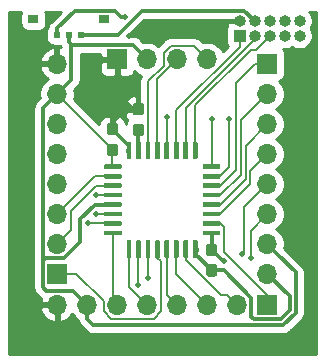
<source format=gtl>
G04 #@! TF.GenerationSoftware,KiCad,Pcbnew,(5.1.5-0-10_14)*
G04 #@! TF.CreationDate,2020-06-21T17:17:39+09:00*
G04 #@! TF.ProjectId,TriCon,54726943-6f6e-42e6-9b69-6361645f7063,1.1*
G04 #@! TF.SameCoordinates,Original*
G04 #@! TF.FileFunction,Copper,L1,Top*
G04 #@! TF.FilePolarity,Positive*
%FSLAX46Y46*%
G04 Gerber Fmt 4.6, Leading zero omitted, Abs format (unit mm)*
G04 Created by KiCad (PCBNEW (5.1.5-0-10_14)) date 2020-06-21 17:17:39*
%MOMM*%
%LPD*%
G04 APERTURE LIST*
%ADD10O,1.700000X1.700000*%
%ADD11R,1.700000X1.700000*%
%ADD12C,0.100000*%
%ADD13O,1.000000X1.000000*%
%ADD14R,1.000000X1.000000*%
%ADD15R,0.900000X0.700000*%
%ADD16R,0.600000X0.500000*%
%ADD17C,0.508000*%
%ADD18C,0.304800*%
%ADD19C,0.203200*%
%ADD20C,0.254000*%
G04 APERTURE END LIST*
D10*
X153720000Y-88100000D03*
X151180000Y-88100000D03*
X148640000Y-88100000D03*
D11*
X146100000Y-88100000D03*
G04 #@! TA.AperFunction,SMDPad,CuDef*
D12*
G36*
X147209802Y-95075482D02*
G01*
X147219509Y-95076921D01*
X147229028Y-95079306D01*
X147238268Y-95082612D01*
X147247140Y-95086808D01*
X147255557Y-95091853D01*
X147263439Y-95097699D01*
X147270711Y-95104289D01*
X147277301Y-95111561D01*
X147283147Y-95119443D01*
X147288192Y-95127860D01*
X147292388Y-95136732D01*
X147295694Y-95145972D01*
X147298079Y-95155491D01*
X147299518Y-95165198D01*
X147300000Y-95175000D01*
X147300000Y-96475000D01*
X147299518Y-96484802D01*
X147298079Y-96494509D01*
X147295694Y-96504028D01*
X147292388Y-96513268D01*
X147288192Y-96522140D01*
X147283147Y-96530557D01*
X147277301Y-96538439D01*
X147270711Y-96545711D01*
X147263439Y-96552301D01*
X147255557Y-96558147D01*
X147247140Y-96563192D01*
X147238268Y-96567388D01*
X147229028Y-96570694D01*
X147219509Y-96573079D01*
X147209802Y-96574518D01*
X147200000Y-96575000D01*
X147000000Y-96575000D01*
X146990198Y-96574518D01*
X146980491Y-96573079D01*
X146970972Y-96570694D01*
X146961732Y-96567388D01*
X146952860Y-96563192D01*
X146944443Y-96558147D01*
X146936561Y-96552301D01*
X146929289Y-96545711D01*
X146922699Y-96538439D01*
X146916853Y-96530557D01*
X146911808Y-96522140D01*
X146907612Y-96513268D01*
X146904306Y-96504028D01*
X146901921Y-96494509D01*
X146900482Y-96484802D01*
X146900000Y-96475000D01*
X146900000Y-95175000D01*
X146900482Y-95165198D01*
X146901921Y-95155491D01*
X146904306Y-95145972D01*
X146907612Y-95136732D01*
X146911808Y-95127860D01*
X146916853Y-95119443D01*
X146922699Y-95111561D01*
X146929289Y-95104289D01*
X146936561Y-95097699D01*
X146944443Y-95091853D01*
X146952860Y-95086808D01*
X146961732Y-95082612D01*
X146970972Y-95079306D01*
X146980491Y-95076921D01*
X146990198Y-95075482D01*
X147000000Y-95075000D01*
X147200000Y-95075000D01*
X147209802Y-95075482D01*
G37*
G04 #@! TD.AperFunction*
G04 #@! TA.AperFunction,SMDPad,CuDef*
G36*
X148009802Y-95075482D02*
G01*
X148019509Y-95076921D01*
X148029028Y-95079306D01*
X148038268Y-95082612D01*
X148047140Y-95086808D01*
X148055557Y-95091853D01*
X148063439Y-95097699D01*
X148070711Y-95104289D01*
X148077301Y-95111561D01*
X148083147Y-95119443D01*
X148088192Y-95127860D01*
X148092388Y-95136732D01*
X148095694Y-95145972D01*
X148098079Y-95155491D01*
X148099518Y-95165198D01*
X148100000Y-95175000D01*
X148100000Y-96475000D01*
X148099518Y-96484802D01*
X148098079Y-96494509D01*
X148095694Y-96504028D01*
X148092388Y-96513268D01*
X148088192Y-96522140D01*
X148083147Y-96530557D01*
X148077301Y-96538439D01*
X148070711Y-96545711D01*
X148063439Y-96552301D01*
X148055557Y-96558147D01*
X148047140Y-96563192D01*
X148038268Y-96567388D01*
X148029028Y-96570694D01*
X148019509Y-96573079D01*
X148009802Y-96574518D01*
X148000000Y-96575000D01*
X147800000Y-96575000D01*
X147790198Y-96574518D01*
X147780491Y-96573079D01*
X147770972Y-96570694D01*
X147761732Y-96567388D01*
X147752860Y-96563192D01*
X147744443Y-96558147D01*
X147736561Y-96552301D01*
X147729289Y-96545711D01*
X147722699Y-96538439D01*
X147716853Y-96530557D01*
X147711808Y-96522140D01*
X147707612Y-96513268D01*
X147704306Y-96504028D01*
X147701921Y-96494509D01*
X147700482Y-96484802D01*
X147700000Y-96475000D01*
X147700000Y-95175000D01*
X147700482Y-95165198D01*
X147701921Y-95155491D01*
X147704306Y-95145972D01*
X147707612Y-95136732D01*
X147711808Y-95127860D01*
X147716853Y-95119443D01*
X147722699Y-95111561D01*
X147729289Y-95104289D01*
X147736561Y-95097699D01*
X147744443Y-95091853D01*
X147752860Y-95086808D01*
X147761732Y-95082612D01*
X147770972Y-95079306D01*
X147780491Y-95076921D01*
X147790198Y-95075482D01*
X147800000Y-95075000D01*
X148000000Y-95075000D01*
X148009802Y-95075482D01*
G37*
G04 #@! TD.AperFunction*
G04 #@! TA.AperFunction,SMDPad,CuDef*
G36*
X148809802Y-95075482D02*
G01*
X148819509Y-95076921D01*
X148829028Y-95079306D01*
X148838268Y-95082612D01*
X148847140Y-95086808D01*
X148855557Y-95091853D01*
X148863439Y-95097699D01*
X148870711Y-95104289D01*
X148877301Y-95111561D01*
X148883147Y-95119443D01*
X148888192Y-95127860D01*
X148892388Y-95136732D01*
X148895694Y-95145972D01*
X148898079Y-95155491D01*
X148899518Y-95165198D01*
X148900000Y-95175000D01*
X148900000Y-96475000D01*
X148899518Y-96484802D01*
X148898079Y-96494509D01*
X148895694Y-96504028D01*
X148892388Y-96513268D01*
X148888192Y-96522140D01*
X148883147Y-96530557D01*
X148877301Y-96538439D01*
X148870711Y-96545711D01*
X148863439Y-96552301D01*
X148855557Y-96558147D01*
X148847140Y-96563192D01*
X148838268Y-96567388D01*
X148829028Y-96570694D01*
X148819509Y-96573079D01*
X148809802Y-96574518D01*
X148800000Y-96575000D01*
X148600000Y-96575000D01*
X148590198Y-96574518D01*
X148580491Y-96573079D01*
X148570972Y-96570694D01*
X148561732Y-96567388D01*
X148552860Y-96563192D01*
X148544443Y-96558147D01*
X148536561Y-96552301D01*
X148529289Y-96545711D01*
X148522699Y-96538439D01*
X148516853Y-96530557D01*
X148511808Y-96522140D01*
X148507612Y-96513268D01*
X148504306Y-96504028D01*
X148501921Y-96494509D01*
X148500482Y-96484802D01*
X148500000Y-96475000D01*
X148500000Y-95175000D01*
X148500482Y-95165198D01*
X148501921Y-95155491D01*
X148504306Y-95145972D01*
X148507612Y-95136732D01*
X148511808Y-95127860D01*
X148516853Y-95119443D01*
X148522699Y-95111561D01*
X148529289Y-95104289D01*
X148536561Y-95097699D01*
X148544443Y-95091853D01*
X148552860Y-95086808D01*
X148561732Y-95082612D01*
X148570972Y-95079306D01*
X148580491Y-95076921D01*
X148590198Y-95075482D01*
X148600000Y-95075000D01*
X148800000Y-95075000D01*
X148809802Y-95075482D01*
G37*
G04 #@! TD.AperFunction*
G04 #@! TA.AperFunction,SMDPad,CuDef*
G36*
X149609802Y-95075482D02*
G01*
X149619509Y-95076921D01*
X149629028Y-95079306D01*
X149638268Y-95082612D01*
X149647140Y-95086808D01*
X149655557Y-95091853D01*
X149663439Y-95097699D01*
X149670711Y-95104289D01*
X149677301Y-95111561D01*
X149683147Y-95119443D01*
X149688192Y-95127860D01*
X149692388Y-95136732D01*
X149695694Y-95145972D01*
X149698079Y-95155491D01*
X149699518Y-95165198D01*
X149700000Y-95175000D01*
X149700000Y-96475000D01*
X149699518Y-96484802D01*
X149698079Y-96494509D01*
X149695694Y-96504028D01*
X149692388Y-96513268D01*
X149688192Y-96522140D01*
X149683147Y-96530557D01*
X149677301Y-96538439D01*
X149670711Y-96545711D01*
X149663439Y-96552301D01*
X149655557Y-96558147D01*
X149647140Y-96563192D01*
X149638268Y-96567388D01*
X149629028Y-96570694D01*
X149619509Y-96573079D01*
X149609802Y-96574518D01*
X149600000Y-96575000D01*
X149400000Y-96575000D01*
X149390198Y-96574518D01*
X149380491Y-96573079D01*
X149370972Y-96570694D01*
X149361732Y-96567388D01*
X149352860Y-96563192D01*
X149344443Y-96558147D01*
X149336561Y-96552301D01*
X149329289Y-96545711D01*
X149322699Y-96538439D01*
X149316853Y-96530557D01*
X149311808Y-96522140D01*
X149307612Y-96513268D01*
X149304306Y-96504028D01*
X149301921Y-96494509D01*
X149300482Y-96484802D01*
X149300000Y-96475000D01*
X149300000Y-95175000D01*
X149300482Y-95165198D01*
X149301921Y-95155491D01*
X149304306Y-95145972D01*
X149307612Y-95136732D01*
X149311808Y-95127860D01*
X149316853Y-95119443D01*
X149322699Y-95111561D01*
X149329289Y-95104289D01*
X149336561Y-95097699D01*
X149344443Y-95091853D01*
X149352860Y-95086808D01*
X149361732Y-95082612D01*
X149370972Y-95079306D01*
X149380491Y-95076921D01*
X149390198Y-95075482D01*
X149400000Y-95075000D01*
X149600000Y-95075000D01*
X149609802Y-95075482D01*
G37*
G04 #@! TD.AperFunction*
G04 #@! TA.AperFunction,SMDPad,CuDef*
G36*
X150409802Y-95075482D02*
G01*
X150419509Y-95076921D01*
X150429028Y-95079306D01*
X150438268Y-95082612D01*
X150447140Y-95086808D01*
X150455557Y-95091853D01*
X150463439Y-95097699D01*
X150470711Y-95104289D01*
X150477301Y-95111561D01*
X150483147Y-95119443D01*
X150488192Y-95127860D01*
X150492388Y-95136732D01*
X150495694Y-95145972D01*
X150498079Y-95155491D01*
X150499518Y-95165198D01*
X150500000Y-95175000D01*
X150500000Y-96475000D01*
X150499518Y-96484802D01*
X150498079Y-96494509D01*
X150495694Y-96504028D01*
X150492388Y-96513268D01*
X150488192Y-96522140D01*
X150483147Y-96530557D01*
X150477301Y-96538439D01*
X150470711Y-96545711D01*
X150463439Y-96552301D01*
X150455557Y-96558147D01*
X150447140Y-96563192D01*
X150438268Y-96567388D01*
X150429028Y-96570694D01*
X150419509Y-96573079D01*
X150409802Y-96574518D01*
X150400000Y-96575000D01*
X150200000Y-96575000D01*
X150190198Y-96574518D01*
X150180491Y-96573079D01*
X150170972Y-96570694D01*
X150161732Y-96567388D01*
X150152860Y-96563192D01*
X150144443Y-96558147D01*
X150136561Y-96552301D01*
X150129289Y-96545711D01*
X150122699Y-96538439D01*
X150116853Y-96530557D01*
X150111808Y-96522140D01*
X150107612Y-96513268D01*
X150104306Y-96504028D01*
X150101921Y-96494509D01*
X150100482Y-96484802D01*
X150100000Y-96475000D01*
X150100000Y-95175000D01*
X150100482Y-95165198D01*
X150101921Y-95155491D01*
X150104306Y-95145972D01*
X150107612Y-95136732D01*
X150111808Y-95127860D01*
X150116853Y-95119443D01*
X150122699Y-95111561D01*
X150129289Y-95104289D01*
X150136561Y-95097699D01*
X150144443Y-95091853D01*
X150152860Y-95086808D01*
X150161732Y-95082612D01*
X150170972Y-95079306D01*
X150180491Y-95076921D01*
X150190198Y-95075482D01*
X150200000Y-95075000D01*
X150400000Y-95075000D01*
X150409802Y-95075482D01*
G37*
G04 #@! TD.AperFunction*
G04 #@! TA.AperFunction,SMDPad,CuDef*
G36*
X151209802Y-95075482D02*
G01*
X151219509Y-95076921D01*
X151229028Y-95079306D01*
X151238268Y-95082612D01*
X151247140Y-95086808D01*
X151255557Y-95091853D01*
X151263439Y-95097699D01*
X151270711Y-95104289D01*
X151277301Y-95111561D01*
X151283147Y-95119443D01*
X151288192Y-95127860D01*
X151292388Y-95136732D01*
X151295694Y-95145972D01*
X151298079Y-95155491D01*
X151299518Y-95165198D01*
X151300000Y-95175000D01*
X151300000Y-96475000D01*
X151299518Y-96484802D01*
X151298079Y-96494509D01*
X151295694Y-96504028D01*
X151292388Y-96513268D01*
X151288192Y-96522140D01*
X151283147Y-96530557D01*
X151277301Y-96538439D01*
X151270711Y-96545711D01*
X151263439Y-96552301D01*
X151255557Y-96558147D01*
X151247140Y-96563192D01*
X151238268Y-96567388D01*
X151229028Y-96570694D01*
X151219509Y-96573079D01*
X151209802Y-96574518D01*
X151200000Y-96575000D01*
X151000000Y-96575000D01*
X150990198Y-96574518D01*
X150980491Y-96573079D01*
X150970972Y-96570694D01*
X150961732Y-96567388D01*
X150952860Y-96563192D01*
X150944443Y-96558147D01*
X150936561Y-96552301D01*
X150929289Y-96545711D01*
X150922699Y-96538439D01*
X150916853Y-96530557D01*
X150911808Y-96522140D01*
X150907612Y-96513268D01*
X150904306Y-96504028D01*
X150901921Y-96494509D01*
X150900482Y-96484802D01*
X150900000Y-96475000D01*
X150900000Y-95175000D01*
X150900482Y-95165198D01*
X150901921Y-95155491D01*
X150904306Y-95145972D01*
X150907612Y-95136732D01*
X150911808Y-95127860D01*
X150916853Y-95119443D01*
X150922699Y-95111561D01*
X150929289Y-95104289D01*
X150936561Y-95097699D01*
X150944443Y-95091853D01*
X150952860Y-95086808D01*
X150961732Y-95082612D01*
X150970972Y-95079306D01*
X150980491Y-95076921D01*
X150990198Y-95075482D01*
X151000000Y-95075000D01*
X151200000Y-95075000D01*
X151209802Y-95075482D01*
G37*
G04 #@! TD.AperFunction*
G04 #@! TA.AperFunction,SMDPad,CuDef*
G36*
X152009802Y-95075482D02*
G01*
X152019509Y-95076921D01*
X152029028Y-95079306D01*
X152038268Y-95082612D01*
X152047140Y-95086808D01*
X152055557Y-95091853D01*
X152063439Y-95097699D01*
X152070711Y-95104289D01*
X152077301Y-95111561D01*
X152083147Y-95119443D01*
X152088192Y-95127860D01*
X152092388Y-95136732D01*
X152095694Y-95145972D01*
X152098079Y-95155491D01*
X152099518Y-95165198D01*
X152100000Y-95175000D01*
X152100000Y-96475000D01*
X152099518Y-96484802D01*
X152098079Y-96494509D01*
X152095694Y-96504028D01*
X152092388Y-96513268D01*
X152088192Y-96522140D01*
X152083147Y-96530557D01*
X152077301Y-96538439D01*
X152070711Y-96545711D01*
X152063439Y-96552301D01*
X152055557Y-96558147D01*
X152047140Y-96563192D01*
X152038268Y-96567388D01*
X152029028Y-96570694D01*
X152019509Y-96573079D01*
X152009802Y-96574518D01*
X152000000Y-96575000D01*
X151800000Y-96575000D01*
X151790198Y-96574518D01*
X151780491Y-96573079D01*
X151770972Y-96570694D01*
X151761732Y-96567388D01*
X151752860Y-96563192D01*
X151744443Y-96558147D01*
X151736561Y-96552301D01*
X151729289Y-96545711D01*
X151722699Y-96538439D01*
X151716853Y-96530557D01*
X151711808Y-96522140D01*
X151707612Y-96513268D01*
X151704306Y-96504028D01*
X151701921Y-96494509D01*
X151700482Y-96484802D01*
X151700000Y-96475000D01*
X151700000Y-95175000D01*
X151700482Y-95165198D01*
X151701921Y-95155491D01*
X151704306Y-95145972D01*
X151707612Y-95136732D01*
X151711808Y-95127860D01*
X151716853Y-95119443D01*
X151722699Y-95111561D01*
X151729289Y-95104289D01*
X151736561Y-95097699D01*
X151744443Y-95091853D01*
X151752860Y-95086808D01*
X151761732Y-95082612D01*
X151770972Y-95079306D01*
X151780491Y-95076921D01*
X151790198Y-95075482D01*
X151800000Y-95075000D01*
X152000000Y-95075000D01*
X152009802Y-95075482D01*
G37*
G04 #@! TD.AperFunction*
G04 #@! TA.AperFunction,SMDPad,CuDef*
G36*
X152809802Y-95075482D02*
G01*
X152819509Y-95076921D01*
X152829028Y-95079306D01*
X152838268Y-95082612D01*
X152847140Y-95086808D01*
X152855557Y-95091853D01*
X152863439Y-95097699D01*
X152870711Y-95104289D01*
X152877301Y-95111561D01*
X152883147Y-95119443D01*
X152888192Y-95127860D01*
X152892388Y-95136732D01*
X152895694Y-95145972D01*
X152898079Y-95155491D01*
X152899518Y-95165198D01*
X152900000Y-95175000D01*
X152900000Y-96475000D01*
X152899518Y-96484802D01*
X152898079Y-96494509D01*
X152895694Y-96504028D01*
X152892388Y-96513268D01*
X152888192Y-96522140D01*
X152883147Y-96530557D01*
X152877301Y-96538439D01*
X152870711Y-96545711D01*
X152863439Y-96552301D01*
X152855557Y-96558147D01*
X152847140Y-96563192D01*
X152838268Y-96567388D01*
X152829028Y-96570694D01*
X152819509Y-96573079D01*
X152809802Y-96574518D01*
X152800000Y-96575000D01*
X152600000Y-96575000D01*
X152590198Y-96574518D01*
X152580491Y-96573079D01*
X152570972Y-96570694D01*
X152561732Y-96567388D01*
X152552860Y-96563192D01*
X152544443Y-96558147D01*
X152536561Y-96552301D01*
X152529289Y-96545711D01*
X152522699Y-96538439D01*
X152516853Y-96530557D01*
X152511808Y-96522140D01*
X152507612Y-96513268D01*
X152504306Y-96504028D01*
X152501921Y-96494509D01*
X152500482Y-96484802D01*
X152500000Y-96475000D01*
X152500000Y-95175000D01*
X152500482Y-95165198D01*
X152501921Y-95155491D01*
X152504306Y-95145972D01*
X152507612Y-95136732D01*
X152511808Y-95127860D01*
X152516853Y-95119443D01*
X152522699Y-95111561D01*
X152529289Y-95104289D01*
X152536561Y-95097699D01*
X152544443Y-95091853D01*
X152552860Y-95086808D01*
X152561732Y-95082612D01*
X152570972Y-95079306D01*
X152580491Y-95076921D01*
X152590198Y-95075482D01*
X152600000Y-95075000D01*
X152800000Y-95075000D01*
X152809802Y-95075482D01*
G37*
G04 #@! TD.AperFunction*
G04 #@! TA.AperFunction,SMDPad,CuDef*
G36*
X154734802Y-97000482D02*
G01*
X154744509Y-97001921D01*
X154754028Y-97004306D01*
X154763268Y-97007612D01*
X154772140Y-97011808D01*
X154780557Y-97016853D01*
X154788439Y-97022699D01*
X154795711Y-97029289D01*
X154802301Y-97036561D01*
X154808147Y-97044443D01*
X154813192Y-97052860D01*
X154817388Y-97061732D01*
X154820694Y-97070972D01*
X154823079Y-97080491D01*
X154824518Y-97090198D01*
X154825000Y-97100000D01*
X154825000Y-97300000D01*
X154824518Y-97309802D01*
X154823079Y-97319509D01*
X154820694Y-97329028D01*
X154817388Y-97338268D01*
X154813192Y-97347140D01*
X154808147Y-97355557D01*
X154802301Y-97363439D01*
X154795711Y-97370711D01*
X154788439Y-97377301D01*
X154780557Y-97383147D01*
X154772140Y-97388192D01*
X154763268Y-97392388D01*
X154754028Y-97395694D01*
X154744509Y-97398079D01*
X154734802Y-97399518D01*
X154725000Y-97400000D01*
X153425000Y-97400000D01*
X153415198Y-97399518D01*
X153405491Y-97398079D01*
X153395972Y-97395694D01*
X153386732Y-97392388D01*
X153377860Y-97388192D01*
X153369443Y-97383147D01*
X153361561Y-97377301D01*
X153354289Y-97370711D01*
X153347699Y-97363439D01*
X153341853Y-97355557D01*
X153336808Y-97347140D01*
X153332612Y-97338268D01*
X153329306Y-97329028D01*
X153326921Y-97319509D01*
X153325482Y-97309802D01*
X153325000Y-97300000D01*
X153325000Y-97100000D01*
X153325482Y-97090198D01*
X153326921Y-97080491D01*
X153329306Y-97070972D01*
X153332612Y-97061732D01*
X153336808Y-97052860D01*
X153341853Y-97044443D01*
X153347699Y-97036561D01*
X153354289Y-97029289D01*
X153361561Y-97022699D01*
X153369443Y-97016853D01*
X153377860Y-97011808D01*
X153386732Y-97007612D01*
X153395972Y-97004306D01*
X153405491Y-97001921D01*
X153415198Y-97000482D01*
X153425000Y-97000000D01*
X154725000Y-97000000D01*
X154734802Y-97000482D01*
G37*
G04 #@! TD.AperFunction*
G04 #@! TA.AperFunction,SMDPad,CuDef*
G36*
X154734802Y-97800482D02*
G01*
X154744509Y-97801921D01*
X154754028Y-97804306D01*
X154763268Y-97807612D01*
X154772140Y-97811808D01*
X154780557Y-97816853D01*
X154788439Y-97822699D01*
X154795711Y-97829289D01*
X154802301Y-97836561D01*
X154808147Y-97844443D01*
X154813192Y-97852860D01*
X154817388Y-97861732D01*
X154820694Y-97870972D01*
X154823079Y-97880491D01*
X154824518Y-97890198D01*
X154825000Y-97900000D01*
X154825000Y-98100000D01*
X154824518Y-98109802D01*
X154823079Y-98119509D01*
X154820694Y-98129028D01*
X154817388Y-98138268D01*
X154813192Y-98147140D01*
X154808147Y-98155557D01*
X154802301Y-98163439D01*
X154795711Y-98170711D01*
X154788439Y-98177301D01*
X154780557Y-98183147D01*
X154772140Y-98188192D01*
X154763268Y-98192388D01*
X154754028Y-98195694D01*
X154744509Y-98198079D01*
X154734802Y-98199518D01*
X154725000Y-98200000D01*
X153425000Y-98200000D01*
X153415198Y-98199518D01*
X153405491Y-98198079D01*
X153395972Y-98195694D01*
X153386732Y-98192388D01*
X153377860Y-98188192D01*
X153369443Y-98183147D01*
X153361561Y-98177301D01*
X153354289Y-98170711D01*
X153347699Y-98163439D01*
X153341853Y-98155557D01*
X153336808Y-98147140D01*
X153332612Y-98138268D01*
X153329306Y-98129028D01*
X153326921Y-98119509D01*
X153325482Y-98109802D01*
X153325000Y-98100000D01*
X153325000Y-97900000D01*
X153325482Y-97890198D01*
X153326921Y-97880491D01*
X153329306Y-97870972D01*
X153332612Y-97861732D01*
X153336808Y-97852860D01*
X153341853Y-97844443D01*
X153347699Y-97836561D01*
X153354289Y-97829289D01*
X153361561Y-97822699D01*
X153369443Y-97816853D01*
X153377860Y-97811808D01*
X153386732Y-97807612D01*
X153395972Y-97804306D01*
X153405491Y-97801921D01*
X153415198Y-97800482D01*
X153425000Y-97800000D01*
X154725000Y-97800000D01*
X154734802Y-97800482D01*
G37*
G04 #@! TD.AperFunction*
G04 #@! TA.AperFunction,SMDPad,CuDef*
G36*
X154734802Y-98600482D02*
G01*
X154744509Y-98601921D01*
X154754028Y-98604306D01*
X154763268Y-98607612D01*
X154772140Y-98611808D01*
X154780557Y-98616853D01*
X154788439Y-98622699D01*
X154795711Y-98629289D01*
X154802301Y-98636561D01*
X154808147Y-98644443D01*
X154813192Y-98652860D01*
X154817388Y-98661732D01*
X154820694Y-98670972D01*
X154823079Y-98680491D01*
X154824518Y-98690198D01*
X154825000Y-98700000D01*
X154825000Y-98900000D01*
X154824518Y-98909802D01*
X154823079Y-98919509D01*
X154820694Y-98929028D01*
X154817388Y-98938268D01*
X154813192Y-98947140D01*
X154808147Y-98955557D01*
X154802301Y-98963439D01*
X154795711Y-98970711D01*
X154788439Y-98977301D01*
X154780557Y-98983147D01*
X154772140Y-98988192D01*
X154763268Y-98992388D01*
X154754028Y-98995694D01*
X154744509Y-98998079D01*
X154734802Y-98999518D01*
X154725000Y-99000000D01*
X153425000Y-99000000D01*
X153415198Y-98999518D01*
X153405491Y-98998079D01*
X153395972Y-98995694D01*
X153386732Y-98992388D01*
X153377860Y-98988192D01*
X153369443Y-98983147D01*
X153361561Y-98977301D01*
X153354289Y-98970711D01*
X153347699Y-98963439D01*
X153341853Y-98955557D01*
X153336808Y-98947140D01*
X153332612Y-98938268D01*
X153329306Y-98929028D01*
X153326921Y-98919509D01*
X153325482Y-98909802D01*
X153325000Y-98900000D01*
X153325000Y-98700000D01*
X153325482Y-98690198D01*
X153326921Y-98680491D01*
X153329306Y-98670972D01*
X153332612Y-98661732D01*
X153336808Y-98652860D01*
X153341853Y-98644443D01*
X153347699Y-98636561D01*
X153354289Y-98629289D01*
X153361561Y-98622699D01*
X153369443Y-98616853D01*
X153377860Y-98611808D01*
X153386732Y-98607612D01*
X153395972Y-98604306D01*
X153405491Y-98601921D01*
X153415198Y-98600482D01*
X153425000Y-98600000D01*
X154725000Y-98600000D01*
X154734802Y-98600482D01*
G37*
G04 #@! TD.AperFunction*
G04 #@! TA.AperFunction,SMDPad,CuDef*
G36*
X154734802Y-99400482D02*
G01*
X154744509Y-99401921D01*
X154754028Y-99404306D01*
X154763268Y-99407612D01*
X154772140Y-99411808D01*
X154780557Y-99416853D01*
X154788439Y-99422699D01*
X154795711Y-99429289D01*
X154802301Y-99436561D01*
X154808147Y-99444443D01*
X154813192Y-99452860D01*
X154817388Y-99461732D01*
X154820694Y-99470972D01*
X154823079Y-99480491D01*
X154824518Y-99490198D01*
X154825000Y-99500000D01*
X154825000Y-99700000D01*
X154824518Y-99709802D01*
X154823079Y-99719509D01*
X154820694Y-99729028D01*
X154817388Y-99738268D01*
X154813192Y-99747140D01*
X154808147Y-99755557D01*
X154802301Y-99763439D01*
X154795711Y-99770711D01*
X154788439Y-99777301D01*
X154780557Y-99783147D01*
X154772140Y-99788192D01*
X154763268Y-99792388D01*
X154754028Y-99795694D01*
X154744509Y-99798079D01*
X154734802Y-99799518D01*
X154725000Y-99800000D01*
X153425000Y-99800000D01*
X153415198Y-99799518D01*
X153405491Y-99798079D01*
X153395972Y-99795694D01*
X153386732Y-99792388D01*
X153377860Y-99788192D01*
X153369443Y-99783147D01*
X153361561Y-99777301D01*
X153354289Y-99770711D01*
X153347699Y-99763439D01*
X153341853Y-99755557D01*
X153336808Y-99747140D01*
X153332612Y-99738268D01*
X153329306Y-99729028D01*
X153326921Y-99719509D01*
X153325482Y-99709802D01*
X153325000Y-99700000D01*
X153325000Y-99500000D01*
X153325482Y-99490198D01*
X153326921Y-99480491D01*
X153329306Y-99470972D01*
X153332612Y-99461732D01*
X153336808Y-99452860D01*
X153341853Y-99444443D01*
X153347699Y-99436561D01*
X153354289Y-99429289D01*
X153361561Y-99422699D01*
X153369443Y-99416853D01*
X153377860Y-99411808D01*
X153386732Y-99407612D01*
X153395972Y-99404306D01*
X153405491Y-99401921D01*
X153415198Y-99400482D01*
X153425000Y-99400000D01*
X154725000Y-99400000D01*
X154734802Y-99400482D01*
G37*
G04 #@! TD.AperFunction*
G04 #@! TA.AperFunction,SMDPad,CuDef*
G36*
X154734802Y-100200482D02*
G01*
X154744509Y-100201921D01*
X154754028Y-100204306D01*
X154763268Y-100207612D01*
X154772140Y-100211808D01*
X154780557Y-100216853D01*
X154788439Y-100222699D01*
X154795711Y-100229289D01*
X154802301Y-100236561D01*
X154808147Y-100244443D01*
X154813192Y-100252860D01*
X154817388Y-100261732D01*
X154820694Y-100270972D01*
X154823079Y-100280491D01*
X154824518Y-100290198D01*
X154825000Y-100300000D01*
X154825000Y-100500000D01*
X154824518Y-100509802D01*
X154823079Y-100519509D01*
X154820694Y-100529028D01*
X154817388Y-100538268D01*
X154813192Y-100547140D01*
X154808147Y-100555557D01*
X154802301Y-100563439D01*
X154795711Y-100570711D01*
X154788439Y-100577301D01*
X154780557Y-100583147D01*
X154772140Y-100588192D01*
X154763268Y-100592388D01*
X154754028Y-100595694D01*
X154744509Y-100598079D01*
X154734802Y-100599518D01*
X154725000Y-100600000D01*
X153425000Y-100600000D01*
X153415198Y-100599518D01*
X153405491Y-100598079D01*
X153395972Y-100595694D01*
X153386732Y-100592388D01*
X153377860Y-100588192D01*
X153369443Y-100583147D01*
X153361561Y-100577301D01*
X153354289Y-100570711D01*
X153347699Y-100563439D01*
X153341853Y-100555557D01*
X153336808Y-100547140D01*
X153332612Y-100538268D01*
X153329306Y-100529028D01*
X153326921Y-100519509D01*
X153325482Y-100509802D01*
X153325000Y-100500000D01*
X153325000Y-100300000D01*
X153325482Y-100290198D01*
X153326921Y-100280491D01*
X153329306Y-100270972D01*
X153332612Y-100261732D01*
X153336808Y-100252860D01*
X153341853Y-100244443D01*
X153347699Y-100236561D01*
X153354289Y-100229289D01*
X153361561Y-100222699D01*
X153369443Y-100216853D01*
X153377860Y-100211808D01*
X153386732Y-100207612D01*
X153395972Y-100204306D01*
X153405491Y-100201921D01*
X153415198Y-100200482D01*
X153425000Y-100200000D01*
X154725000Y-100200000D01*
X154734802Y-100200482D01*
G37*
G04 #@! TD.AperFunction*
G04 #@! TA.AperFunction,SMDPad,CuDef*
G36*
X154734802Y-101000482D02*
G01*
X154744509Y-101001921D01*
X154754028Y-101004306D01*
X154763268Y-101007612D01*
X154772140Y-101011808D01*
X154780557Y-101016853D01*
X154788439Y-101022699D01*
X154795711Y-101029289D01*
X154802301Y-101036561D01*
X154808147Y-101044443D01*
X154813192Y-101052860D01*
X154817388Y-101061732D01*
X154820694Y-101070972D01*
X154823079Y-101080491D01*
X154824518Y-101090198D01*
X154825000Y-101100000D01*
X154825000Y-101300000D01*
X154824518Y-101309802D01*
X154823079Y-101319509D01*
X154820694Y-101329028D01*
X154817388Y-101338268D01*
X154813192Y-101347140D01*
X154808147Y-101355557D01*
X154802301Y-101363439D01*
X154795711Y-101370711D01*
X154788439Y-101377301D01*
X154780557Y-101383147D01*
X154772140Y-101388192D01*
X154763268Y-101392388D01*
X154754028Y-101395694D01*
X154744509Y-101398079D01*
X154734802Y-101399518D01*
X154725000Y-101400000D01*
X153425000Y-101400000D01*
X153415198Y-101399518D01*
X153405491Y-101398079D01*
X153395972Y-101395694D01*
X153386732Y-101392388D01*
X153377860Y-101388192D01*
X153369443Y-101383147D01*
X153361561Y-101377301D01*
X153354289Y-101370711D01*
X153347699Y-101363439D01*
X153341853Y-101355557D01*
X153336808Y-101347140D01*
X153332612Y-101338268D01*
X153329306Y-101329028D01*
X153326921Y-101319509D01*
X153325482Y-101309802D01*
X153325000Y-101300000D01*
X153325000Y-101100000D01*
X153325482Y-101090198D01*
X153326921Y-101080491D01*
X153329306Y-101070972D01*
X153332612Y-101061732D01*
X153336808Y-101052860D01*
X153341853Y-101044443D01*
X153347699Y-101036561D01*
X153354289Y-101029289D01*
X153361561Y-101022699D01*
X153369443Y-101016853D01*
X153377860Y-101011808D01*
X153386732Y-101007612D01*
X153395972Y-101004306D01*
X153405491Y-101001921D01*
X153415198Y-101000482D01*
X153425000Y-101000000D01*
X154725000Y-101000000D01*
X154734802Y-101000482D01*
G37*
G04 #@! TD.AperFunction*
G04 #@! TA.AperFunction,SMDPad,CuDef*
G36*
X154734802Y-101800482D02*
G01*
X154744509Y-101801921D01*
X154754028Y-101804306D01*
X154763268Y-101807612D01*
X154772140Y-101811808D01*
X154780557Y-101816853D01*
X154788439Y-101822699D01*
X154795711Y-101829289D01*
X154802301Y-101836561D01*
X154808147Y-101844443D01*
X154813192Y-101852860D01*
X154817388Y-101861732D01*
X154820694Y-101870972D01*
X154823079Y-101880491D01*
X154824518Y-101890198D01*
X154825000Y-101900000D01*
X154825000Y-102100000D01*
X154824518Y-102109802D01*
X154823079Y-102119509D01*
X154820694Y-102129028D01*
X154817388Y-102138268D01*
X154813192Y-102147140D01*
X154808147Y-102155557D01*
X154802301Y-102163439D01*
X154795711Y-102170711D01*
X154788439Y-102177301D01*
X154780557Y-102183147D01*
X154772140Y-102188192D01*
X154763268Y-102192388D01*
X154754028Y-102195694D01*
X154744509Y-102198079D01*
X154734802Y-102199518D01*
X154725000Y-102200000D01*
X153425000Y-102200000D01*
X153415198Y-102199518D01*
X153405491Y-102198079D01*
X153395972Y-102195694D01*
X153386732Y-102192388D01*
X153377860Y-102188192D01*
X153369443Y-102183147D01*
X153361561Y-102177301D01*
X153354289Y-102170711D01*
X153347699Y-102163439D01*
X153341853Y-102155557D01*
X153336808Y-102147140D01*
X153332612Y-102138268D01*
X153329306Y-102129028D01*
X153326921Y-102119509D01*
X153325482Y-102109802D01*
X153325000Y-102100000D01*
X153325000Y-101900000D01*
X153325482Y-101890198D01*
X153326921Y-101880491D01*
X153329306Y-101870972D01*
X153332612Y-101861732D01*
X153336808Y-101852860D01*
X153341853Y-101844443D01*
X153347699Y-101836561D01*
X153354289Y-101829289D01*
X153361561Y-101822699D01*
X153369443Y-101816853D01*
X153377860Y-101811808D01*
X153386732Y-101807612D01*
X153395972Y-101804306D01*
X153405491Y-101801921D01*
X153415198Y-101800482D01*
X153425000Y-101800000D01*
X154725000Y-101800000D01*
X154734802Y-101800482D01*
G37*
G04 #@! TD.AperFunction*
G04 #@! TA.AperFunction,SMDPad,CuDef*
G36*
X154734802Y-102600482D02*
G01*
X154744509Y-102601921D01*
X154754028Y-102604306D01*
X154763268Y-102607612D01*
X154772140Y-102611808D01*
X154780557Y-102616853D01*
X154788439Y-102622699D01*
X154795711Y-102629289D01*
X154802301Y-102636561D01*
X154808147Y-102644443D01*
X154813192Y-102652860D01*
X154817388Y-102661732D01*
X154820694Y-102670972D01*
X154823079Y-102680491D01*
X154824518Y-102690198D01*
X154825000Y-102700000D01*
X154825000Y-102900000D01*
X154824518Y-102909802D01*
X154823079Y-102919509D01*
X154820694Y-102929028D01*
X154817388Y-102938268D01*
X154813192Y-102947140D01*
X154808147Y-102955557D01*
X154802301Y-102963439D01*
X154795711Y-102970711D01*
X154788439Y-102977301D01*
X154780557Y-102983147D01*
X154772140Y-102988192D01*
X154763268Y-102992388D01*
X154754028Y-102995694D01*
X154744509Y-102998079D01*
X154734802Y-102999518D01*
X154725000Y-103000000D01*
X153425000Y-103000000D01*
X153415198Y-102999518D01*
X153405491Y-102998079D01*
X153395972Y-102995694D01*
X153386732Y-102992388D01*
X153377860Y-102988192D01*
X153369443Y-102983147D01*
X153361561Y-102977301D01*
X153354289Y-102970711D01*
X153347699Y-102963439D01*
X153341853Y-102955557D01*
X153336808Y-102947140D01*
X153332612Y-102938268D01*
X153329306Y-102929028D01*
X153326921Y-102919509D01*
X153325482Y-102909802D01*
X153325000Y-102900000D01*
X153325000Y-102700000D01*
X153325482Y-102690198D01*
X153326921Y-102680491D01*
X153329306Y-102670972D01*
X153332612Y-102661732D01*
X153336808Y-102652860D01*
X153341853Y-102644443D01*
X153347699Y-102636561D01*
X153354289Y-102629289D01*
X153361561Y-102622699D01*
X153369443Y-102616853D01*
X153377860Y-102611808D01*
X153386732Y-102607612D01*
X153395972Y-102604306D01*
X153405491Y-102601921D01*
X153415198Y-102600482D01*
X153425000Y-102600000D01*
X154725000Y-102600000D01*
X154734802Y-102600482D01*
G37*
G04 #@! TD.AperFunction*
G04 #@! TA.AperFunction,SMDPad,CuDef*
G36*
X152809802Y-103425482D02*
G01*
X152819509Y-103426921D01*
X152829028Y-103429306D01*
X152838268Y-103432612D01*
X152847140Y-103436808D01*
X152855557Y-103441853D01*
X152863439Y-103447699D01*
X152870711Y-103454289D01*
X152877301Y-103461561D01*
X152883147Y-103469443D01*
X152888192Y-103477860D01*
X152892388Y-103486732D01*
X152895694Y-103495972D01*
X152898079Y-103505491D01*
X152899518Y-103515198D01*
X152900000Y-103525000D01*
X152900000Y-104825000D01*
X152899518Y-104834802D01*
X152898079Y-104844509D01*
X152895694Y-104854028D01*
X152892388Y-104863268D01*
X152888192Y-104872140D01*
X152883147Y-104880557D01*
X152877301Y-104888439D01*
X152870711Y-104895711D01*
X152863439Y-104902301D01*
X152855557Y-104908147D01*
X152847140Y-104913192D01*
X152838268Y-104917388D01*
X152829028Y-104920694D01*
X152819509Y-104923079D01*
X152809802Y-104924518D01*
X152800000Y-104925000D01*
X152600000Y-104925000D01*
X152590198Y-104924518D01*
X152580491Y-104923079D01*
X152570972Y-104920694D01*
X152561732Y-104917388D01*
X152552860Y-104913192D01*
X152544443Y-104908147D01*
X152536561Y-104902301D01*
X152529289Y-104895711D01*
X152522699Y-104888439D01*
X152516853Y-104880557D01*
X152511808Y-104872140D01*
X152507612Y-104863268D01*
X152504306Y-104854028D01*
X152501921Y-104844509D01*
X152500482Y-104834802D01*
X152500000Y-104825000D01*
X152500000Y-103525000D01*
X152500482Y-103515198D01*
X152501921Y-103505491D01*
X152504306Y-103495972D01*
X152507612Y-103486732D01*
X152511808Y-103477860D01*
X152516853Y-103469443D01*
X152522699Y-103461561D01*
X152529289Y-103454289D01*
X152536561Y-103447699D01*
X152544443Y-103441853D01*
X152552860Y-103436808D01*
X152561732Y-103432612D01*
X152570972Y-103429306D01*
X152580491Y-103426921D01*
X152590198Y-103425482D01*
X152600000Y-103425000D01*
X152800000Y-103425000D01*
X152809802Y-103425482D01*
G37*
G04 #@! TD.AperFunction*
G04 #@! TA.AperFunction,SMDPad,CuDef*
G36*
X152009802Y-103425482D02*
G01*
X152019509Y-103426921D01*
X152029028Y-103429306D01*
X152038268Y-103432612D01*
X152047140Y-103436808D01*
X152055557Y-103441853D01*
X152063439Y-103447699D01*
X152070711Y-103454289D01*
X152077301Y-103461561D01*
X152083147Y-103469443D01*
X152088192Y-103477860D01*
X152092388Y-103486732D01*
X152095694Y-103495972D01*
X152098079Y-103505491D01*
X152099518Y-103515198D01*
X152100000Y-103525000D01*
X152100000Y-104825000D01*
X152099518Y-104834802D01*
X152098079Y-104844509D01*
X152095694Y-104854028D01*
X152092388Y-104863268D01*
X152088192Y-104872140D01*
X152083147Y-104880557D01*
X152077301Y-104888439D01*
X152070711Y-104895711D01*
X152063439Y-104902301D01*
X152055557Y-104908147D01*
X152047140Y-104913192D01*
X152038268Y-104917388D01*
X152029028Y-104920694D01*
X152019509Y-104923079D01*
X152009802Y-104924518D01*
X152000000Y-104925000D01*
X151800000Y-104925000D01*
X151790198Y-104924518D01*
X151780491Y-104923079D01*
X151770972Y-104920694D01*
X151761732Y-104917388D01*
X151752860Y-104913192D01*
X151744443Y-104908147D01*
X151736561Y-104902301D01*
X151729289Y-104895711D01*
X151722699Y-104888439D01*
X151716853Y-104880557D01*
X151711808Y-104872140D01*
X151707612Y-104863268D01*
X151704306Y-104854028D01*
X151701921Y-104844509D01*
X151700482Y-104834802D01*
X151700000Y-104825000D01*
X151700000Y-103525000D01*
X151700482Y-103515198D01*
X151701921Y-103505491D01*
X151704306Y-103495972D01*
X151707612Y-103486732D01*
X151711808Y-103477860D01*
X151716853Y-103469443D01*
X151722699Y-103461561D01*
X151729289Y-103454289D01*
X151736561Y-103447699D01*
X151744443Y-103441853D01*
X151752860Y-103436808D01*
X151761732Y-103432612D01*
X151770972Y-103429306D01*
X151780491Y-103426921D01*
X151790198Y-103425482D01*
X151800000Y-103425000D01*
X152000000Y-103425000D01*
X152009802Y-103425482D01*
G37*
G04 #@! TD.AperFunction*
G04 #@! TA.AperFunction,SMDPad,CuDef*
G36*
X151209802Y-103425482D02*
G01*
X151219509Y-103426921D01*
X151229028Y-103429306D01*
X151238268Y-103432612D01*
X151247140Y-103436808D01*
X151255557Y-103441853D01*
X151263439Y-103447699D01*
X151270711Y-103454289D01*
X151277301Y-103461561D01*
X151283147Y-103469443D01*
X151288192Y-103477860D01*
X151292388Y-103486732D01*
X151295694Y-103495972D01*
X151298079Y-103505491D01*
X151299518Y-103515198D01*
X151300000Y-103525000D01*
X151300000Y-104825000D01*
X151299518Y-104834802D01*
X151298079Y-104844509D01*
X151295694Y-104854028D01*
X151292388Y-104863268D01*
X151288192Y-104872140D01*
X151283147Y-104880557D01*
X151277301Y-104888439D01*
X151270711Y-104895711D01*
X151263439Y-104902301D01*
X151255557Y-104908147D01*
X151247140Y-104913192D01*
X151238268Y-104917388D01*
X151229028Y-104920694D01*
X151219509Y-104923079D01*
X151209802Y-104924518D01*
X151200000Y-104925000D01*
X151000000Y-104925000D01*
X150990198Y-104924518D01*
X150980491Y-104923079D01*
X150970972Y-104920694D01*
X150961732Y-104917388D01*
X150952860Y-104913192D01*
X150944443Y-104908147D01*
X150936561Y-104902301D01*
X150929289Y-104895711D01*
X150922699Y-104888439D01*
X150916853Y-104880557D01*
X150911808Y-104872140D01*
X150907612Y-104863268D01*
X150904306Y-104854028D01*
X150901921Y-104844509D01*
X150900482Y-104834802D01*
X150900000Y-104825000D01*
X150900000Y-103525000D01*
X150900482Y-103515198D01*
X150901921Y-103505491D01*
X150904306Y-103495972D01*
X150907612Y-103486732D01*
X150911808Y-103477860D01*
X150916853Y-103469443D01*
X150922699Y-103461561D01*
X150929289Y-103454289D01*
X150936561Y-103447699D01*
X150944443Y-103441853D01*
X150952860Y-103436808D01*
X150961732Y-103432612D01*
X150970972Y-103429306D01*
X150980491Y-103426921D01*
X150990198Y-103425482D01*
X151000000Y-103425000D01*
X151200000Y-103425000D01*
X151209802Y-103425482D01*
G37*
G04 #@! TD.AperFunction*
G04 #@! TA.AperFunction,SMDPad,CuDef*
G36*
X150409802Y-103425482D02*
G01*
X150419509Y-103426921D01*
X150429028Y-103429306D01*
X150438268Y-103432612D01*
X150447140Y-103436808D01*
X150455557Y-103441853D01*
X150463439Y-103447699D01*
X150470711Y-103454289D01*
X150477301Y-103461561D01*
X150483147Y-103469443D01*
X150488192Y-103477860D01*
X150492388Y-103486732D01*
X150495694Y-103495972D01*
X150498079Y-103505491D01*
X150499518Y-103515198D01*
X150500000Y-103525000D01*
X150500000Y-104825000D01*
X150499518Y-104834802D01*
X150498079Y-104844509D01*
X150495694Y-104854028D01*
X150492388Y-104863268D01*
X150488192Y-104872140D01*
X150483147Y-104880557D01*
X150477301Y-104888439D01*
X150470711Y-104895711D01*
X150463439Y-104902301D01*
X150455557Y-104908147D01*
X150447140Y-104913192D01*
X150438268Y-104917388D01*
X150429028Y-104920694D01*
X150419509Y-104923079D01*
X150409802Y-104924518D01*
X150400000Y-104925000D01*
X150200000Y-104925000D01*
X150190198Y-104924518D01*
X150180491Y-104923079D01*
X150170972Y-104920694D01*
X150161732Y-104917388D01*
X150152860Y-104913192D01*
X150144443Y-104908147D01*
X150136561Y-104902301D01*
X150129289Y-104895711D01*
X150122699Y-104888439D01*
X150116853Y-104880557D01*
X150111808Y-104872140D01*
X150107612Y-104863268D01*
X150104306Y-104854028D01*
X150101921Y-104844509D01*
X150100482Y-104834802D01*
X150100000Y-104825000D01*
X150100000Y-103525000D01*
X150100482Y-103515198D01*
X150101921Y-103505491D01*
X150104306Y-103495972D01*
X150107612Y-103486732D01*
X150111808Y-103477860D01*
X150116853Y-103469443D01*
X150122699Y-103461561D01*
X150129289Y-103454289D01*
X150136561Y-103447699D01*
X150144443Y-103441853D01*
X150152860Y-103436808D01*
X150161732Y-103432612D01*
X150170972Y-103429306D01*
X150180491Y-103426921D01*
X150190198Y-103425482D01*
X150200000Y-103425000D01*
X150400000Y-103425000D01*
X150409802Y-103425482D01*
G37*
G04 #@! TD.AperFunction*
G04 #@! TA.AperFunction,SMDPad,CuDef*
G36*
X149609802Y-103425482D02*
G01*
X149619509Y-103426921D01*
X149629028Y-103429306D01*
X149638268Y-103432612D01*
X149647140Y-103436808D01*
X149655557Y-103441853D01*
X149663439Y-103447699D01*
X149670711Y-103454289D01*
X149677301Y-103461561D01*
X149683147Y-103469443D01*
X149688192Y-103477860D01*
X149692388Y-103486732D01*
X149695694Y-103495972D01*
X149698079Y-103505491D01*
X149699518Y-103515198D01*
X149700000Y-103525000D01*
X149700000Y-104825000D01*
X149699518Y-104834802D01*
X149698079Y-104844509D01*
X149695694Y-104854028D01*
X149692388Y-104863268D01*
X149688192Y-104872140D01*
X149683147Y-104880557D01*
X149677301Y-104888439D01*
X149670711Y-104895711D01*
X149663439Y-104902301D01*
X149655557Y-104908147D01*
X149647140Y-104913192D01*
X149638268Y-104917388D01*
X149629028Y-104920694D01*
X149619509Y-104923079D01*
X149609802Y-104924518D01*
X149600000Y-104925000D01*
X149400000Y-104925000D01*
X149390198Y-104924518D01*
X149380491Y-104923079D01*
X149370972Y-104920694D01*
X149361732Y-104917388D01*
X149352860Y-104913192D01*
X149344443Y-104908147D01*
X149336561Y-104902301D01*
X149329289Y-104895711D01*
X149322699Y-104888439D01*
X149316853Y-104880557D01*
X149311808Y-104872140D01*
X149307612Y-104863268D01*
X149304306Y-104854028D01*
X149301921Y-104844509D01*
X149300482Y-104834802D01*
X149300000Y-104825000D01*
X149300000Y-103525000D01*
X149300482Y-103515198D01*
X149301921Y-103505491D01*
X149304306Y-103495972D01*
X149307612Y-103486732D01*
X149311808Y-103477860D01*
X149316853Y-103469443D01*
X149322699Y-103461561D01*
X149329289Y-103454289D01*
X149336561Y-103447699D01*
X149344443Y-103441853D01*
X149352860Y-103436808D01*
X149361732Y-103432612D01*
X149370972Y-103429306D01*
X149380491Y-103426921D01*
X149390198Y-103425482D01*
X149400000Y-103425000D01*
X149600000Y-103425000D01*
X149609802Y-103425482D01*
G37*
G04 #@! TD.AperFunction*
G04 #@! TA.AperFunction,SMDPad,CuDef*
G36*
X148809802Y-103425482D02*
G01*
X148819509Y-103426921D01*
X148829028Y-103429306D01*
X148838268Y-103432612D01*
X148847140Y-103436808D01*
X148855557Y-103441853D01*
X148863439Y-103447699D01*
X148870711Y-103454289D01*
X148877301Y-103461561D01*
X148883147Y-103469443D01*
X148888192Y-103477860D01*
X148892388Y-103486732D01*
X148895694Y-103495972D01*
X148898079Y-103505491D01*
X148899518Y-103515198D01*
X148900000Y-103525000D01*
X148900000Y-104825000D01*
X148899518Y-104834802D01*
X148898079Y-104844509D01*
X148895694Y-104854028D01*
X148892388Y-104863268D01*
X148888192Y-104872140D01*
X148883147Y-104880557D01*
X148877301Y-104888439D01*
X148870711Y-104895711D01*
X148863439Y-104902301D01*
X148855557Y-104908147D01*
X148847140Y-104913192D01*
X148838268Y-104917388D01*
X148829028Y-104920694D01*
X148819509Y-104923079D01*
X148809802Y-104924518D01*
X148800000Y-104925000D01*
X148600000Y-104925000D01*
X148590198Y-104924518D01*
X148580491Y-104923079D01*
X148570972Y-104920694D01*
X148561732Y-104917388D01*
X148552860Y-104913192D01*
X148544443Y-104908147D01*
X148536561Y-104902301D01*
X148529289Y-104895711D01*
X148522699Y-104888439D01*
X148516853Y-104880557D01*
X148511808Y-104872140D01*
X148507612Y-104863268D01*
X148504306Y-104854028D01*
X148501921Y-104844509D01*
X148500482Y-104834802D01*
X148500000Y-104825000D01*
X148500000Y-103525000D01*
X148500482Y-103515198D01*
X148501921Y-103505491D01*
X148504306Y-103495972D01*
X148507612Y-103486732D01*
X148511808Y-103477860D01*
X148516853Y-103469443D01*
X148522699Y-103461561D01*
X148529289Y-103454289D01*
X148536561Y-103447699D01*
X148544443Y-103441853D01*
X148552860Y-103436808D01*
X148561732Y-103432612D01*
X148570972Y-103429306D01*
X148580491Y-103426921D01*
X148590198Y-103425482D01*
X148600000Y-103425000D01*
X148800000Y-103425000D01*
X148809802Y-103425482D01*
G37*
G04 #@! TD.AperFunction*
G04 #@! TA.AperFunction,SMDPad,CuDef*
G36*
X148009802Y-103425482D02*
G01*
X148019509Y-103426921D01*
X148029028Y-103429306D01*
X148038268Y-103432612D01*
X148047140Y-103436808D01*
X148055557Y-103441853D01*
X148063439Y-103447699D01*
X148070711Y-103454289D01*
X148077301Y-103461561D01*
X148083147Y-103469443D01*
X148088192Y-103477860D01*
X148092388Y-103486732D01*
X148095694Y-103495972D01*
X148098079Y-103505491D01*
X148099518Y-103515198D01*
X148100000Y-103525000D01*
X148100000Y-104825000D01*
X148099518Y-104834802D01*
X148098079Y-104844509D01*
X148095694Y-104854028D01*
X148092388Y-104863268D01*
X148088192Y-104872140D01*
X148083147Y-104880557D01*
X148077301Y-104888439D01*
X148070711Y-104895711D01*
X148063439Y-104902301D01*
X148055557Y-104908147D01*
X148047140Y-104913192D01*
X148038268Y-104917388D01*
X148029028Y-104920694D01*
X148019509Y-104923079D01*
X148009802Y-104924518D01*
X148000000Y-104925000D01*
X147800000Y-104925000D01*
X147790198Y-104924518D01*
X147780491Y-104923079D01*
X147770972Y-104920694D01*
X147761732Y-104917388D01*
X147752860Y-104913192D01*
X147744443Y-104908147D01*
X147736561Y-104902301D01*
X147729289Y-104895711D01*
X147722699Y-104888439D01*
X147716853Y-104880557D01*
X147711808Y-104872140D01*
X147707612Y-104863268D01*
X147704306Y-104854028D01*
X147701921Y-104844509D01*
X147700482Y-104834802D01*
X147700000Y-104825000D01*
X147700000Y-103525000D01*
X147700482Y-103515198D01*
X147701921Y-103505491D01*
X147704306Y-103495972D01*
X147707612Y-103486732D01*
X147711808Y-103477860D01*
X147716853Y-103469443D01*
X147722699Y-103461561D01*
X147729289Y-103454289D01*
X147736561Y-103447699D01*
X147744443Y-103441853D01*
X147752860Y-103436808D01*
X147761732Y-103432612D01*
X147770972Y-103429306D01*
X147780491Y-103426921D01*
X147790198Y-103425482D01*
X147800000Y-103425000D01*
X148000000Y-103425000D01*
X148009802Y-103425482D01*
G37*
G04 #@! TD.AperFunction*
G04 #@! TA.AperFunction,SMDPad,CuDef*
G36*
X147209802Y-103425482D02*
G01*
X147219509Y-103426921D01*
X147229028Y-103429306D01*
X147238268Y-103432612D01*
X147247140Y-103436808D01*
X147255557Y-103441853D01*
X147263439Y-103447699D01*
X147270711Y-103454289D01*
X147277301Y-103461561D01*
X147283147Y-103469443D01*
X147288192Y-103477860D01*
X147292388Y-103486732D01*
X147295694Y-103495972D01*
X147298079Y-103505491D01*
X147299518Y-103515198D01*
X147300000Y-103525000D01*
X147300000Y-104825000D01*
X147299518Y-104834802D01*
X147298079Y-104844509D01*
X147295694Y-104854028D01*
X147292388Y-104863268D01*
X147288192Y-104872140D01*
X147283147Y-104880557D01*
X147277301Y-104888439D01*
X147270711Y-104895711D01*
X147263439Y-104902301D01*
X147255557Y-104908147D01*
X147247140Y-104913192D01*
X147238268Y-104917388D01*
X147229028Y-104920694D01*
X147219509Y-104923079D01*
X147209802Y-104924518D01*
X147200000Y-104925000D01*
X147000000Y-104925000D01*
X146990198Y-104924518D01*
X146980491Y-104923079D01*
X146970972Y-104920694D01*
X146961732Y-104917388D01*
X146952860Y-104913192D01*
X146944443Y-104908147D01*
X146936561Y-104902301D01*
X146929289Y-104895711D01*
X146922699Y-104888439D01*
X146916853Y-104880557D01*
X146911808Y-104872140D01*
X146907612Y-104863268D01*
X146904306Y-104854028D01*
X146901921Y-104844509D01*
X146900482Y-104834802D01*
X146900000Y-104825000D01*
X146900000Y-103525000D01*
X146900482Y-103515198D01*
X146901921Y-103505491D01*
X146904306Y-103495972D01*
X146907612Y-103486732D01*
X146911808Y-103477860D01*
X146916853Y-103469443D01*
X146922699Y-103461561D01*
X146929289Y-103454289D01*
X146936561Y-103447699D01*
X146944443Y-103441853D01*
X146952860Y-103436808D01*
X146961732Y-103432612D01*
X146970972Y-103429306D01*
X146980491Y-103426921D01*
X146990198Y-103425482D01*
X147000000Y-103425000D01*
X147200000Y-103425000D01*
X147209802Y-103425482D01*
G37*
G04 #@! TD.AperFunction*
G04 #@! TA.AperFunction,SMDPad,CuDef*
G36*
X146384802Y-102600482D02*
G01*
X146394509Y-102601921D01*
X146404028Y-102604306D01*
X146413268Y-102607612D01*
X146422140Y-102611808D01*
X146430557Y-102616853D01*
X146438439Y-102622699D01*
X146445711Y-102629289D01*
X146452301Y-102636561D01*
X146458147Y-102644443D01*
X146463192Y-102652860D01*
X146467388Y-102661732D01*
X146470694Y-102670972D01*
X146473079Y-102680491D01*
X146474518Y-102690198D01*
X146475000Y-102700000D01*
X146475000Y-102900000D01*
X146474518Y-102909802D01*
X146473079Y-102919509D01*
X146470694Y-102929028D01*
X146467388Y-102938268D01*
X146463192Y-102947140D01*
X146458147Y-102955557D01*
X146452301Y-102963439D01*
X146445711Y-102970711D01*
X146438439Y-102977301D01*
X146430557Y-102983147D01*
X146422140Y-102988192D01*
X146413268Y-102992388D01*
X146404028Y-102995694D01*
X146394509Y-102998079D01*
X146384802Y-102999518D01*
X146375000Y-103000000D01*
X145075000Y-103000000D01*
X145065198Y-102999518D01*
X145055491Y-102998079D01*
X145045972Y-102995694D01*
X145036732Y-102992388D01*
X145027860Y-102988192D01*
X145019443Y-102983147D01*
X145011561Y-102977301D01*
X145004289Y-102970711D01*
X144997699Y-102963439D01*
X144991853Y-102955557D01*
X144986808Y-102947140D01*
X144982612Y-102938268D01*
X144979306Y-102929028D01*
X144976921Y-102919509D01*
X144975482Y-102909802D01*
X144975000Y-102900000D01*
X144975000Y-102700000D01*
X144975482Y-102690198D01*
X144976921Y-102680491D01*
X144979306Y-102670972D01*
X144982612Y-102661732D01*
X144986808Y-102652860D01*
X144991853Y-102644443D01*
X144997699Y-102636561D01*
X145004289Y-102629289D01*
X145011561Y-102622699D01*
X145019443Y-102616853D01*
X145027860Y-102611808D01*
X145036732Y-102607612D01*
X145045972Y-102604306D01*
X145055491Y-102601921D01*
X145065198Y-102600482D01*
X145075000Y-102600000D01*
X146375000Y-102600000D01*
X146384802Y-102600482D01*
G37*
G04 #@! TD.AperFunction*
G04 #@! TA.AperFunction,SMDPad,CuDef*
G36*
X146384802Y-101800482D02*
G01*
X146394509Y-101801921D01*
X146404028Y-101804306D01*
X146413268Y-101807612D01*
X146422140Y-101811808D01*
X146430557Y-101816853D01*
X146438439Y-101822699D01*
X146445711Y-101829289D01*
X146452301Y-101836561D01*
X146458147Y-101844443D01*
X146463192Y-101852860D01*
X146467388Y-101861732D01*
X146470694Y-101870972D01*
X146473079Y-101880491D01*
X146474518Y-101890198D01*
X146475000Y-101900000D01*
X146475000Y-102100000D01*
X146474518Y-102109802D01*
X146473079Y-102119509D01*
X146470694Y-102129028D01*
X146467388Y-102138268D01*
X146463192Y-102147140D01*
X146458147Y-102155557D01*
X146452301Y-102163439D01*
X146445711Y-102170711D01*
X146438439Y-102177301D01*
X146430557Y-102183147D01*
X146422140Y-102188192D01*
X146413268Y-102192388D01*
X146404028Y-102195694D01*
X146394509Y-102198079D01*
X146384802Y-102199518D01*
X146375000Y-102200000D01*
X145075000Y-102200000D01*
X145065198Y-102199518D01*
X145055491Y-102198079D01*
X145045972Y-102195694D01*
X145036732Y-102192388D01*
X145027860Y-102188192D01*
X145019443Y-102183147D01*
X145011561Y-102177301D01*
X145004289Y-102170711D01*
X144997699Y-102163439D01*
X144991853Y-102155557D01*
X144986808Y-102147140D01*
X144982612Y-102138268D01*
X144979306Y-102129028D01*
X144976921Y-102119509D01*
X144975482Y-102109802D01*
X144975000Y-102100000D01*
X144975000Y-101900000D01*
X144975482Y-101890198D01*
X144976921Y-101880491D01*
X144979306Y-101870972D01*
X144982612Y-101861732D01*
X144986808Y-101852860D01*
X144991853Y-101844443D01*
X144997699Y-101836561D01*
X145004289Y-101829289D01*
X145011561Y-101822699D01*
X145019443Y-101816853D01*
X145027860Y-101811808D01*
X145036732Y-101807612D01*
X145045972Y-101804306D01*
X145055491Y-101801921D01*
X145065198Y-101800482D01*
X145075000Y-101800000D01*
X146375000Y-101800000D01*
X146384802Y-101800482D01*
G37*
G04 #@! TD.AperFunction*
G04 #@! TA.AperFunction,SMDPad,CuDef*
G36*
X146384802Y-101000482D02*
G01*
X146394509Y-101001921D01*
X146404028Y-101004306D01*
X146413268Y-101007612D01*
X146422140Y-101011808D01*
X146430557Y-101016853D01*
X146438439Y-101022699D01*
X146445711Y-101029289D01*
X146452301Y-101036561D01*
X146458147Y-101044443D01*
X146463192Y-101052860D01*
X146467388Y-101061732D01*
X146470694Y-101070972D01*
X146473079Y-101080491D01*
X146474518Y-101090198D01*
X146475000Y-101100000D01*
X146475000Y-101300000D01*
X146474518Y-101309802D01*
X146473079Y-101319509D01*
X146470694Y-101329028D01*
X146467388Y-101338268D01*
X146463192Y-101347140D01*
X146458147Y-101355557D01*
X146452301Y-101363439D01*
X146445711Y-101370711D01*
X146438439Y-101377301D01*
X146430557Y-101383147D01*
X146422140Y-101388192D01*
X146413268Y-101392388D01*
X146404028Y-101395694D01*
X146394509Y-101398079D01*
X146384802Y-101399518D01*
X146375000Y-101400000D01*
X145075000Y-101400000D01*
X145065198Y-101399518D01*
X145055491Y-101398079D01*
X145045972Y-101395694D01*
X145036732Y-101392388D01*
X145027860Y-101388192D01*
X145019443Y-101383147D01*
X145011561Y-101377301D01*
X145004289Y-101370711D01*
X144997699Y-101363439D01*
X144991853Y-101355557D01*
X144986808Y-101347140D01*
X144982612Y-101338268D01*
X144979306Y-101329028D01*
X144976921Y-101319509D01*
X144975482Y-101309802D01*
X144975000Y-101300000D01*
X144975000Y-101100000D01*
X144975482Y-101090198D01*
X144976921Y-101080491D01*
X144979306Y-101070972D01*
X144982612Y-101061732D01*
X144986808Y-101052860D01*
X144991853Y-101044443D01*
X144997699Y-101036561D01*
X145004289Y-101029289D01*
X145011561Y-101022699D01*
X145019443Y-101016853D01*
X145027860Y-101011808D01*
X145036732Y-101007612D01*
X145045972Y-101004306D01*
X145055491Y-101001921D01*
X145065198Y-101000482D01*
X145075000Y-101000000D01*
X146375000Y-101000000D01*
X146384802Y-101000482D01*
G37*
G04 #@! TD.AperFunction*
G04 #@! TA.AperFunction,SMDPad,CuDef*
G36*
X146384802Y-100200482D02*
G01*
X146394509Y-100201921D01*
X146404028Y-100204306D01*
X146413268Y-100207612D01*
X146422140Y-100211808D01*
X146430557Y-100216853D01*
X146438439Y-100222699D01*
X146445711Y-100229289D01*
X146452301Y-100236561D01*
X146458147Y-100244443D01*
X146463192Y-100252860D01*
X146467388Y-100261732D01*
X146470694Y-100270972D01*
X146473079Y-100280491D01*
X146474518Y-100290198D01*
X146475000Y-100300000D01*
X146475000Y-100500000D01*
X146474518Y-100509802D01*
X146473079Y-100519509D01*
X146470694Y-100529028D01*
X146467388Y-100538268D01*
X146463192Y-100547140D01*
X146458147Y-100555557D01*
X146452301Y-100563439D01*
X146445711Y-100570711D01*
X146438439Y-100577301D01*
X146430557Y-100583147D01*
X146422140Y-100588192D01*
X146413268Y-100592388D01*
X146404028Y-100595694D01*
X146394509Y-100598079D01*
X146384802Y-100599518D01*
X146375000Y-100600000D01*
X145075000Y-100600000D01*
X145065198Y-100599518D01*
X145055491Y-100598079D01*
X145045972Y-100595694D01*
X145036732Y-100592388D01*
X145027860Y-100588192D01*
X145019443Y-100583147D01*
X145011561Y-100577301D01*
X145004289Y-100570711D01*
X144997699Y-100563439D01*
X144991853Y-100555557D01*
X144986808Y-100547140D01*
X144982612Y-100538268D01*
X144979306Y-100529028D01*
X144976921Y-100519509D01*
X144975482Y-100509802D01*
X144975000Y-100500000D01*
X144975000Y-100300000D01*
X144975482Y-100290198D01*
X144976921Y-100280491D01*
X144979306Y-100270972D01*
X144982612Y-100261732D01*
X144986808Y-100252860D01*
X144991853Y-100244443D01*
X144997699Y-100236561D01*
X145004289Y-100229289D01*
X145011561Y-100222699D01*
X145019443Y-100216853D01*
X145027860Y-100211808D01*
X145036732Y-100207612D01*
X145045972Y-100204306D01*
X145055491Y-100201921D01*
X145065198Y-100200482D01*
X145075000Y-100200000D01*
X146375000Y-100200000D01*
X146384802Y-100200482D01*
G37*
G04 #@! TD.AperFunction*
G04 #@! TA.AperFunction,SMDPad,CuDef*
G36*
X146384802Y-99400482D02*
G01*
X146394509Y-99401921D01*
X146404028Y-99404306D01*
X146413268Y-99407612D01*
X146422140Y-99411808D01*
X146430557Y-99416853D01*
X146438439Y-99422699D01*
X146445711Y-99429289D01*
X146452301Y-99436561D01*
X146458147Y-99444443D01*
X146463192Y-99452860D01*
X146467388Y-99461732D01*
X146470694Y-99470972D01*
X146473079Y-99480491D01*
X146474518Y-99490198D01*
X146475000Y-99500000D01*
X146475000Y-99700000D01*
X146474518Y-99709802D01*
X146473079Y-99719509D01*
X146470694Y-99729028D01*
X146467388Y-99738268D01*
X146463192Y-99747140D01*
X146458147Y-99755557D01*
X146452301Y-99763439D01*
X146445711Y-99770711D01*
X146438439Y-99777301D01*
X146430557Y-99783147D01*
X146422140Y-99788192D01*
X146413268Y-99792388D01*
X146404028Y-99795694D01*
X146394509Y-99798079D01*
X146384802Y-99799518D01*
X146375000Y-99800000D01*
X145075000Y-99800000D01*
X145065198Y-99799518D01*
X145055491Y-99798079D01*
X145045972Y-99795694D01*
X145036732Y-99792388D01*
X145027860Y-99788192D01*
X145019443Y-99783147D01*
X145011561Y-99777301D01*
X145004289Y-99770711D01*
X144997699Y-99763439D01*
X144991853Y-99755557D01*
X144986808Y-99747140D01*
X144982612Y-99738268D01*
X144979306Y-99729028D01*
X144976921Y-99719509D01*
X144975482Y-99709802D01*
X144975000Y-99700000D01*
X144975000Y-99500000D01*
X144975482Y-99490198D01*
X144976921Y-99480491D01*
X144979306Y-99470972D01*
X144982612Y-99461732D01*
X144986808Y-99452860D01*
X144991853Y-99444443D01*
X144997699Y-99436561D01*
X145004289Y-99429289D01*
X145011561Y-99422699D01*
X145019443Y-99416853D01*
X145027860Y-99411808D01*
X145036732Y-99407612D01*
X145045972Y-99404306D01*
X145055491Y-99401921D01*
X145065198Y-99400482D01*
X145075000Y-99400000D01*
X146375000Y-99400000D01*
X146384802Y-99400482D01*
G37*
G04 #@! TD.AperFunction*
G04 #@! TA.AperFunction,SMDPad,CuDef*
G36*
X146384802Y-98600482D02*
G01*
X146394509Y-98601921D01*
X146404028Y-98604306D01*
X146413268Y-98607612D01*
X146422140Y-98611808D01*
X146430557Y-98616853D01*
X146438439Y-98622699D01*
X146445711Y-98629289D01*
X146452301Y-98636561D01*
X146458147Y-98644443D01*
X146463192Y-98652860D01*
X146467388Y-98661732D01*
X146470694Y-98670972D01*
X146473079Y-98680491D01*
X146474518Y-98690198D01*
X146475000Y-98700000D01*
X146475000Y-98900000D01*
X146474518Y-98909802D01*
X146473079Y-98919509D01*
X146470694Y-98929028D01*
X146467388Y-98938268D01*
X146463192Y-98947140D01*
X146458147Y-98955557D01*
X146452301Y-98963439D01*
X146445711Y-98970711D01*
X146438439Y-98977301D01*
X146430557Y-98983147D01*
X146422140Y-98988192D01*
X146413268Y-98992388D01*
X146404028Y-98995694D01*
X146394509Y-98998079D01*
X146384802Y-98999518D01*
X146375000Y-99000000D01*
X145075000Y-99000000D01*
X145065198Y-98999518D01*
X145055491Y-98998079D01*
X145045972Y-98995694D01*
X145036732Y-98992388D01*
X145027860Y-98988192D01*
X145019443Y-98983147D01*
X145011561Y-98977301D01*
X145004289Y-98970711D01*
X144997699Y-98963439D01*
X144991853Y-98955557D01*
X144986808Y-98947140D01*
X144982612Y-98938268D01*
X144979306Y-98929028D01*
X144976921Y-98919509D01*
X144975482Y-98909802D01*
X144975000Y-98900000D01*
X144975000Y-98700000D01*
X144975482Y-98690198D01*
X144976921Y-98680491D01*
X144979306Y-98670972D01*
X144982612Y-98661732D01*
X144986808Y-98652860D01*
X144991853Y-98644443D01*
X144997699Y-98636561D01*
X145004289Y-98629289D01*
X145011561Y-98622699D01*
X145019443Y-98616853D01*
X145027860Y-98611808D01*
X145036732Y-98607612D01*
X145045972Y-98604306D01*
X145055491Y-98601921D01*
X145065198Y-98600482D01*
X145075000Y-98600000D01*
X146375000Y-98600000D01*
X146384802Y-98600482D01*
G37*
G04 #@! TD.AperFunction*
G04 #@! TA.AperFunction,SMDPad,CuDef*
G36*
X146384802Y-97800482D02*
G01*
X146394509Y-97801921D01*
X146404028Y-97804306D01*
X146413268Y-97807612D01*
X146422140Y-97811808D01*
X146430557Y-97816853D01*
X146438439Y-97822699D01*
X146445711Y-97829289D01*
X146452301Y-97836561D01*
X146458147Y-97844443D01*
X146463192Y-97852860D01*
X146467388Y-97861732D01*
X146470694Y-97870972D01*
X146473079Y-97880491D01*
X146474518Y-97890198D01*
X146475000Y-97900000D01*
X146475000Y-98100000D01*
X146474518Y-98109802D01*
X146473079Y-98119509D01*
X146470694Y-98129028D01*
X146467388Y-98138268D01*
X146463192Y-98147140D01*
X146458147Y-98155557D01*
X146452301Y-98163439D01*
X146445711Y-98170711D01*
X146438439Y-98177301D01*
X146430557Y-98183147D01*
X146422140Y-98188192D01*
X146413268Y-98192388D01*
X146404028Y-98195694D01*
X146394509Y-98198079D01*
X146384802Y-98199518D01*
X146375000Y-98200000D01*
X145075000Y-98200000D01*
X145065198Y-98199518D01*
X145055491Y-98198079D01*
X145045972Y-98195694D01*
X145036732Y-98192388D01*
X145027860Y-98188192D01*
X145019443Y-98183147D01*
X145011561Y-98177301D01*
X145004289Y-98170711D01*
X144997699Y-98163439D01*
X144991853Y-98155557D01*
X144986808Y-98147140D01*
X144982612Y-98138268D01*
X144979306Y-98129028D01*
X144976921Y-98119509D01*
X144975482Y-98109802D01*
X144975000Y-98100000D01*
X144975000Y-97900000D01*
X144975482Y-97890198D01*
X144976921Y-97880491D01*
X144979306Y-97870972D01*
X144982612Y-97861732D01*
X144986808Y-97852860D01*
X144991853Y-97844443D01*
X144997699Y-97836561D01*
X145004289Y-97829289D01*
X145011561Y-97822699D01*
X145019443Y-97816853D01*
X145027860Y-97811808D01*
X145036732Y-97807612D01*
X145045972Y-97804306D01*
X145055491Y-97801921D01*
X145065198Y-97800482D01*
X145075000Y-97800000D01*
X146375000Y-97800000D01*
X146384802Y-97800482D01*
G37*
G04 #@! TD.AperFunction*
G04 #@! TA.AperFunction,SMDPad,CuDef*
G36*
X146384802Y-97000482D02*
G01*
X146394509Y-97001921D01*
X146404028Y-97004306D01*
X146413268Y-97007612D01*
X146422140Y-97011808D01*
X146430557Y-97016853D01*
X146438439Y-97022699D01*
X146445711Y-97029289D01*
X146452301Y-97036561D01*
X146458147Y-97044443D01*
X146463192Y-97052860D01*
X146467388Y-97061732D01*
X146470694Y-97070972D01*
X146473079Y-97080491D01*
X146474518Y-97090198D01*
X146475000Y-97100000D01*
X146475000Y-97300000D01*
X146474518Y-97309802D01*
X146473079Y-97319509D01*
X146470694Y-97329028D01*
X146467388Y-97338268D01*
X146463192Y-97347140D01*
X146458147Y-97355557D01*
X146452301Y-97363439D01*
X146445711Y-97370711D01*
X146438439Y-97377301D01*
X146430557Y-97383147D01*
X146422140Y-97388192D01*
X146413268Y-97392388D01*
X146404028Y-97395694D01*
X146394509Y-97398079D01*
X146384802Y-97399518D01*
X146375000Y-97400000D01*
X145075000Y-97400000D01*
X145065198Y-97399518D01*
X145055491Y-97398079D01*
X145045972Y-97395694D01*
X145036732Y-97392388D01*
X145027860Y-97388192D01*
X145019443Y-97383147D01*
X145011561Y-97377301D01*
X145004289Y-97370711D01*
X144997699Y-97363439D01*
X144991853Y-97355557D01*
X144986808Y-97347140D01*
X144982612Y-97338268D01*
X144979306Y-97329028D01*
X144976921Y-97319509D01*
X144975482Y-97309802D01*
X144975000Y-97300000D01*
X144975000Y-97100000D01*
X144975482Y-97090198D01*
X144976921Y-97080491D01*
X144979306Y-97070972D01*
X144982612Y-97061732D01*
X144986808Y-97052860D01*
X144991853Y-97044443D01*
X144997699Y-97036561D01*
X145004289Y-97029289D01*
X145011561Y-97022699D01*
X145019443Y-97016853D01*
X145027860Y-97011808D01*
X145036732Y-97007612D01*
X145045972Y-97004306D01*
X145055491Y-97001921D01*
X145065198Y-97000482D01*
X145075000Y-97000000D01*
X146375000Y-97000000D01*
X146384802Y-97000482D01*
G37*
G04 #@! TD.AperFunction*
D13*
X161540000Y-84830000D03*
X161540000Y-86100000D03*
X160270000Y-84830000D03*
X160270000Y-86100000D03*
X159000000Y-84830000D03*
X159000000Y-86100000D03*
X157730000Y-84830000D03*
X157730000Y-86100000D03*
X156460000Y-84830000D03*
D14*
X156460000Y-86100000D03*
D10*
X141020000Y-108900000D03*
X143560000Y-108900000D03*
X146100000Y-108900000D03*
X148640000Y-108900000D03*
X151180000Y-108900000D03*
X153720000Y-108900000D03*
X156260000Y-108900000D03*
D11*
X158800000Y-108900000D03*
D10*
X158800000Y-106280000D03*
X158800000Y-103740000D03*
X158800000Y-101200000D03*
X158800000Y-98660000D03*
X158800000Y-96120000D03*
X158800000Y-93580000D03*
X158800000Y-91040000D03*
D11*
X158800000Y-88500000D03*
D10*
X141000000Y-88500000D03*
X141000000Y-91040000D03*
X141000000Y-93580000D03*
X141000000Y-96120000D03*
X141000000Y-98660000D03*
X141000000Y-101200000D03*
X141000000Y-103740000D03*
D11*
X141000000Y-106280000D03*
G04 #@! TA.AperFunction,SMDPad,CuDef*
D12*
G36*
X154360779Y-105451144D02*
G01*
X154383834Y-105454563D01*
X154406443Y-105460227D01*
X154428387Y-105468079D01*
X154449457Y-105478044D01*
X154469448Y-105490026D01*
X154488168Y-105503910D01*
X154505438Y-105519562D01*
X154521090Y-105536832D01*
X154534974Y-105555552D01*
X154546956Y-105575543D01*
X154556921Y-105596613D01*
X154564773Y-105618557D01*
X154570437Y-105641166D01*
X154573856Y-105664221D01*
X154575000Y-105687500D01*
X154575000Y-106262500D01*
X154573856Y-106285779D01*
X154570437Y-106308834D01*
X154564773Y-106331443D01*
X154556921Y-106353387D01*
X154546956Y-106374457D01*
X154534974Y-106394448D01*
X154521090Y-106413168D01*
X154505438Y-106430438D01*
X154488168Y-106446090D01*
X154469448Y-106459974D01*
X154449457Y-106471956D01*
X154428387Y-106481921D01*
X154406443Y-106489773D01*
X154383834Y-106495437D01*
X154360779Y-106498856D01*
X154337500Y-106500000D01*
X153862500Y-106500000D01*
X153839221Y-106498856D01*
X153816166Y-106495437D01*
X153793557Y-106489773D01*
X153771613Y-106481921D01*
X153750543Y-106471956D01*
X153730552Y-106459974D01*
X153711832Y-106446090D01*
X153694562Y-106430438D01*
X153678910Y-106413168D01*
X153665026Y-106394448D01*
X153653044Y-106374457D01*
X153643079Y-106353387D01*
X153635227Y-106331443D01*
X153629563Y-106308834D01*
X153626144Y-106285779D01*
X153625000Y-106262500D01*
X153625000Y-105687500D01*
X153626144Y-105664221D01*
X153629563Y-105641166D01*
X153635227Y-105618557D01*
X153643079Y-105596613D01*
X153653044Y-105575543D01*
X153665026Y-105555552D01*
X153678910Y-105536832D01*
X153694562Y-105519562D01*
X153711832Y-105503910D01*
X153730552Y-105490026D01*
X153750543Y-105478044D01*
X153771613Y-105468079D01*
X153793557Y-105460227D01*
X153816166Y-105454563D01*
X153839221Y-105451144D01*
X153862500Y-105450000D01*
X154337500Y-105450000D01*
X154360779Y-105451144D01*
G37*
G04 #@! TD.AperFunction*
G04 #@! TA.AperFunction,SMDPad,CuDef*
G36*
X154360779Y-103701144D02*
G01*
X154383834Y-103704563D01*
X154406443Y-103710227D01*
X154428387Y-103718079D01*
X154449457Y-103728044D01*
X154469448Y-103740026D01*
X154488168Y-103753910D01*
X154505438Y-103769562D01*
X154521090Y-103786832D01*
X154534974Y-103805552D01*
X154546956Y-103825543D01*
X154556921Y-103846613D01*
X154564773Y-103868557D01*
X154570437Y-103891166D01*
X154573856Y-103914221D01*
X154575000Y-103937500D01*
X154575000Y-104512500D01*
X154573856Y-104535779D01*
X154570437Y-104558834D01*
X154564773Y-104581443D01*
X154556921Y-104603387D01*
X154546956Y-104624457D01*
X154534974Y-104644448D01*
X154521090Y-104663168D01*
X154505438Y-104680438D01*
X154488168Y-104696090D01*
X154469448Y-104709974D01*
X154449457Y-104721956D01*
X154428387Y-104731921D01*
X154406443Y-104739773D01*
X154383834Y-104745437D01*
X154360779Y-104748856D01*
X154337500Y-104750000D01*
X153862500Y-104750000D01*
X153839221Y-104748856D01*
X153816166Y-104745437D01*
X153793557Y-104739773D01*
X153771613Y-104731921D01*
X153750543Y-104721956D01*
X153730552Y-104709974D01*
X153711832Y-104696090D01*
X153694562Y-104680438D01*
X153678910Y-104663168D01*
X153665026Y-104644448D01*
X153653044Y-104624457D01*
X153643079Y-104603387D01*
X153635227Y-104581443D01*
X153629563Y-104558834D01*
X153626144Y-104535779D01*
X153625000Y-104512500D01*
X153625000Y-103937500D01*
X153626144Y-103914221D01*
X153629563Y-103891166D01*
X153635227Y-103868557D01*
X153643079Y-103846613D01*
X153653044Y-103825543D01*
X153665026Y-103805552D01*
X153678910Y-103786832D01*
X153694562Y-103769562D01*
X153711832Y-103753910D01*
X153730552Y-103740026D01*
X153750543Y-103728044D01*
X153771613Y-103718079D01*
X153793557Y-103710227D01*
X153816166Y-103704563D01*
X153839221Y-103701144D01*
X153862500Y-103700000D01*
X154337500Y-103700000D01*
X154360779Y-103701144D01*
G37*
G04 #@! TD.AperFunction*
G04 #@! TA.AperFunction,SMDPad,CuDef*
G36*
X145960779Y-93501144D02*
G01*
X145983834Y-93504563D01*
X146006443Y-93510227D01*
X146028387Y-93518079D01*
X146049457Y-93528044D01*
X146069448Y-93540026D01*
X146088168Y-93553910D01*
X146105438Y-93569562D01*
X146121090Y-93586832D01*
X146134974Y-93605552D01*
X146146956Y-93625543D01*
X146156921Y-93646613D01*
X146164773Y-93668557D01*
X146170437Y-93691166D01*
X146173856Y-93714221D01*
X146175000Y-93737500D01*
X146175000Y-94312500D01*
X146173856Y-94335779D01*
X146170437Y-94358834D01*
X146164773Y-94381443D01*
X146156921Y-94403387D01*
X146146956Y-94424457D01*
X146134974Y-94444448D01*
X146121090Y-94463168D01*
X146105438Y-94480438D01*
X146088168Y-94496090D01*
X146069448Y-94509974D01*
X146049457Y-94521956D01*
X146028387Y-94531921D01*
X146006443Y-94539773D01*
X145983834Y-94545437D01*
X145960779Y-94548856D01*
X145937500Y-94550000D01*
X145462500Y-94550000D01*
X145439221Y-94548856D01*
X145416166Y-94545437D01*
X145393557Y-94539773D01*
X145371613Y-94531921D01*
X145350543Y-94521956D01*
X145330552Y-94509974D01*
X145311832Y-94496090D01*
X145294562Y-94480438D01*
X145278910Y-94463168D01*
X145265026Y-94444448D01*
X145253044Y-94424457D01*
X145243079Y-94403387D01*
X145235227Y-94381443D01*
X145229563Y-94358834D01*
X145226144Y-94335779D01*
X145225000Y-94312500D01*
X145225000Y-93737500D01*
X145226144Y-93714221D01*
X145229563Y-93691166D01*
X145235227Y-93668557D01*
X145243079Y-93646613D01*
X145253044Y-93625543D01*
X145265026Y-93605552D01*
X145278910Y-93586832D01*
X145294562Y-93569562D01*
X145311832Y-93553910D01*
X145330552Y-93540026D01*
X145350543Y-93528044D01*
X145371613Y-93518079D01*
X145393557Y-93510227D01*
X145416166Y-93504563D01*
X145439221Y-93501144D01*
X145462500Y-93500000D01*
X145937500Y-93500000D01*
X145960779Y-93501144D01*
G37*
G04 #@! TD.AperFunction*
G04 #@! TA.AperFunction,SMDPad,CuDef*
G36*
X145960779Y-95251144D02*
G01*
X145983834Y-95254563D01*
X146006443Y-95260227D01*
X146028387Y-95268079D01*
X146049457Y-95278044D01*
X146069448Y-95290026D01*
X146088168Y-95303910D01*
X146105438Y-95319562D01*
X146121090Y-95336832D01*
X146134974Y-95355552D01*
X146146956Y-95375543D01*
X146156921Y-95396613D01*
X146164773Y-95418557D01*
X146170437Y-95441166D01*
X146173856Y-95464221D01*
X146175000Y-95487500D01*
X146175000Y-96062500D01*
X146173856Y-96085779D01*
X146170437Y-96108834D01*
X146164773Y-96131443D01*
X146156921Y-96153387D01*
X146146956Y-96174457D01*
X146134974Y-96194448D01*
X146121090Y-96213168D01*
X146105438Y-96230438D01*
X146088168Y-96246090D01*
X146069448Y-96259974D01*
X146049457Y-96271956D01*
X146028387Y-96281921D01*
X146006443Y-96289773D01*
X145983834Y-96295437D01*
X145960779Y-96298856D01*
X145937500Y-96300000D01*
X145462500Y-96300000D01*
X145439221Y-96298856D01*
X145416166Y-96295437D01*
X145393557Y-96289773D01*
X145371613Y-96281921D01*
X145350543Y-96271956D01*
X145330552Y-96259974D01*
X145311832Y-96246090D01*
X145294562Y-96230438D01*
X145278910Y-96213168D01*
X145265026Y-96194448D01*
X145253044Y-96174457D01*
X145243079Y-96153387D01*
X145235227Y-96131443D01*
X145229563Y-96108834D01*
X145226144Y-96085779D01*
X145225000Y-96062500D01*
X145225000Y-95487500D01*
X145226144Y-95464221D01*
X145229563Y-95441166D01*
X145235227Y-95418557D01*
X145243079Y-95396613D01*
X145253044Y-95375543D01*
X145265026Y-95355552D01*
X145278910Y-95336832D01*
X145294562Y-95319562D01*
X145311832Y-95303910D01*
X145330552Y-95290026D01*
X145350543Y-95278044D01*
X145371613Y-95268079D01*
X145393557Y-95260227D01*
X145416166Y-95254563D01*
X145439221Y-95251144D01*
X145462500Y-95250000D01*
X145937500Y-95250000D01*
X145960779Y-95251144D01*
G37*
G04 #@! TD.AperFunction*
D15*
X139000000Y-84700000D03*
X145000000Y-84700000D03*
D16*
X141000000Y-86050000D03*
X142000000Y-86050000D03*
X143000000Y-86050000D03*
G04 #@! TA.AperFunction,SMDPad,CuDef*
D12*
G36*
X148160779Y-91801144D02*
G01*
X148183834Y-91804563D01*
X148206443Y-91810227D01*
X148228387Y-91818079D01*
X148249457Y-91828044D01*
X148269448Y-91840026D01*
X148288168Y-91853910D01*
X148305438Y-91869562D01*
X148321090Y-91886832D01*
X148334974Y-91905552D01*
X148346956Y-91925543D01*
X148356921Y-91946613D01*
X148364773Y-91968557D01*
X148370437Y-91991166D01*
X148373856Y-92014221D01*
X148375000Y-92037500D01*
X148375000Y-92612500D01*
X148373856Y-92635779D01*
X148370437Y-92658834D01*
X148364773Y-92681443D01*
X148356921Y-92703387D01*
X148346956Y-92724457D01*
X148334974Y-92744448D01*
X148321090Y-92763168D01*
X148305438Y-92780438D01*
X148288168Y-92796090D01*
X148269448Y-92809974D01*
X148249457Y-92821956D01*
X148228387Y-92831921D01*
X148206443Y-92839773D01*
X148183834Y-92845437D01*
X148160779Y-92848856D01*
X148137500Y-92850000D01*
X147662500Y-92850000D01*
X147639221Y-92848856D01*
X147616166Y-92845437D01*
X147593557Y-92839773D01*
X147571613Y-92831921D01*
X147550543Y-92821956D01*
X147530552Y-92809974D01*
X147511832Y-92796090D01*
X147494562Y-92780438D01*
X147478910Y-92763168D01*
X147465026Y-92744448D01*
X147453044Y-92724457D01*
X147443079Y-92703387D01*
X147435227Y-92681443D01*
X147429563Y-92658834D01*
X147426144Y-92635779D01*
X147425000Y-92612500D01*
X147425000Y-92037500D01*
X147426144Y-92014221D01*
X147429563Y-91991166D01*
X147435227Y-91968557D01*
X147443079Y-91946613D01*
X147453044Y-91925543D01*
X147465026Y-91905552D01*
X147478910Y-91886832D01*
X147494562Y-91869562D01*
X147511832Y-91853910D01*
X147530552Y-91840026D01*
X147550543Y-91828044D01*
X147571613Y-91818079D01*
X147593557Y-91810227D01*
X147616166Y-91804563D01*
X147639221Y-91801144D01*
X147662500Y-91800000D01*
X148137500Y-91800000D01*
X148160779Y-91801144D01*
G37*
G04 #@! TD.AperFunction*
G04 #@! TA.AperFunction,SMDPad,CuDef*
G36*
X148160779Y-93551144D02*
G01*
X148183834Y-93554563D01*
X148206443Y-93560227D01*
X148228387Y-93568079D01*
X148249457Y-93578044D01*
X148269448Y-93590026D01*
X148288168Y-93603910D01*
X148305438Y-93619562D01*
X148321090Y-93636832D01*
X148334974Y-93655552D01*
X148346956Y-93675543D01*
X148356921Y-93696613D01*
X148364773Y-93718557D01*
X148370437Y-93741166D01*
X148373856Y-93764221D01*
X148375000Y-93787500D01*
X148375000Y-94362500D01*
X148373856Y-94385779D01*
X148370437Y-94408834D01*
X148364773Y-94431443D01*
X148356921Y-94453387D01*
X148346956Y-94474457D01*
X148334974Y-94494448D01*
X148321090Y-94513168D01*
X148305438Y-94530438D01*
X148288168Y-94546090D01*
X148269448Y-94559974D01*
X148249457Y-94571956D01*
X148228387Y-94581921D01*
X148206443Y-94589773D01*
X148183834Y-94595437D01*
X148160779Y-94598856D01*
X148137500Y-94600000D01*
X147662500Y-94600000D01*
X147639221Y-94598856D01*
X147616166Y-94595437D01*
X147593557Y-94589773D01*
X147571613Y-94581921D01*
X147550543Y-94571956D01*
X147530552Y-94559974D01*
X147511832Y-94546090D01*
X147494562Y-94530438D01*
X147478910Y-94513168D01*
X147465026Y-94494448D01*
X147453044Y-94474457D01*
X147443079Y-94453387D01*
X147435227Y-94431443D01*
X147429563Y-94408834D01*
X147426144Y-94385779D01*
X147425000Y-94362500D01*
X147425000Y-93787500D01*
X147426144Y-93764221D01*
X147429563Y-93741166D01*
X147435227Y-93718557D01*
X147443079Y-93696613D01*
X147453044Y-93675543D01*
X147465026Y-93655552D01*
X147478910Y-93636832D01*
X147494562Y-93619562D01*
X147511832Y-93603910D01*
X147530552Y-93590026D01*
X147550543Y-93578044D01*
X147571613Y-93568079D01*
X147593557Y-93560227D01*
X147616166Y-93554563D01*
X147639221Y-93551144D01*
X147662500Y-93550000D01*
X148137500Y-93550000D01*
X148160779Y-93551144D01*
G37*
G04 #@! TD.AperFunction*
D17*
X147100000Y-86100000D03*
X146800000Y-84500000D03*
X155100000Y-105200000D03*
X154100000Y-93200000D03*
X144300000Y-99600000D03*
X144300000Y-101200000D03*
X143600000Y-102000000D03*
X150300000Y-93000000D03*
X157400000Y-104900000D03*
X147900000Y-107200000D03*
X156700000Y-104600000D03*
X148700000Y-106641200D03*
X155600000Y-93200000D03*
D18*
X146100000Y-91000000D02*
X147425000Y-92325000D01*
X147425000Y-92325000D02*
X147900000Y-92325000D01*
X146100000Y-88100000D02*
X146100000Y-91000000D01*
X146875000Y-92325000D02*
X145700000Y-93500000D01*
X145700000Y-93500000D02*
X145700000Y-94025000D01*
X147900000Y-92325000D02*
X146875000Y-92325000D01*
X147100000Y-95425000D02*
X147100000Y-95825000D01*
X145700000Y-94025000D02*
X147100000Y-95425000D01*
X148370000Y-84830000D02*
X147100000Y-86100000D01*
X152700000Y-104575000D02*
X152700000Y-104175000D01*
X154100000Y-105975000D02*
X152700000Y-104575000D01*
X158800000Y-106280000D02*
X160700000Y-108180000D01*
X154575000Y-105975000D02*
X154100000Y-105975000D01*
X157465601Y-108321311D02*
X155119290Y-105975000D01*
X157465601Y-109905683D02*
X157465601Y-108321311D01*
X157665519Y-110105601D02*
X157465601Y-109905683D01*
X159934481Y-110105601D02*
X157665519Y-110105601D01*
X160700000Y-109340082D02*
X159934481Y-110105601D01*
X155119290Y-105975000D02*
X154575000Y-105975000D01*
X160700000Y-108180000D02*
X160700000Y-109340082D01*
X148370000Y-84830000D02*
X156460000Y-84830000D01*
X142500801Y-83994399D02*
X141000000Y-85495200D01*
X145935189Y-83994399D02*
X142500801Y-83994399D01*
X146440790Y-84500000D02*
X145935189Y-83994399D01*
X141000000Y-85495200D02*
X141000000Y-86050000D01*
X146800000Y-84500000D02*
X146440790Y-84500000D01*
X147434399Y-86894399D02*
X142289599Y-86894399D01*
X142289599Y-86894399D02*
X142000000Y-86604800D01*
X148640000Y-88100000D02*
X147434399Y-86894399D01*
X141849999Y-90190001D02*
X141000000Y-91040000D01*
X142205601Y-89834399D02*
X141849999Y-90190001D01*
X142000000Y-86604800D02*
X142205601Y-86810401D01*
X142205601Y-86810401D02*
X142205601Y-89834399D01*
X142000000Y-86050000D02*
X142000000Y-86604800D01*
D19*
X145700000Y-95740000D02*
X145700000Y-95775000D01*
X141000000Y-91040000D02*
X145700000Y-95740000D01*
X145700000Y-97175000D02*
X145725000Y-97200000D01*
X145700000Y-95775000D02*
X145700000Y-97175000D01*
D18*
X155075000Y-105200000D02*
X154100000Y-104225000D01*
X155100000Y-105200000D02*
X155075000Y-105200000D01*
X154100000Y-102825000D02*
X154075000Y-102800000D01*
X154100000Y-104225000D02*
X154100000Y-102825000D01*
X142990399Y-103533891D02*
X142990399Y-101607391D01*
X141578689Y-104945601D02*
X142990399Y-103533891D01*
X139994317Y-104945601D02*
X141578689Y-104945601D01*
X144197790Y-100400000D02*
X145725000Y-100400000D01*
X139794399Y-105145519D02*
X139994317Y-104945601D01*
X142990399Y-101607391D02*
X144197790Y-100400000D01*
X139794399Y-107414481D02*
X139794399Y-105145519D01*
X140074317Y-107694399D02*
X139794399Y-107414481D01*
X142354399Y-107694399D02*
X140074317Y-107694399D01*
X143560000Y-108900000D02*
X142354399Y-107694399D01*
X139794399Y-92245601D02*
X139794399Y-105145519D01*
X141000000Y-91040000D02*
X139794399Y-92245601D01*
X159649999Y-104589999D02*
X158800000Y-103740000D01*
X160144906Y-110613610D02*
X161208010Y-109550506D01*
X144071530Y-110613611D02*
X160144906Y-110613610D01*
X161208010Y-109550506D02*
X161208010Y-106148010D01*
X143560000Y-110102081D02*
X144071530Y-110613611D01*
X161208010Y-106148010D02*
X159649999Y-104589999D01*
X143560000Y-108900000D02*
X143560000Y-110102081D01*
D19*
X154100000Y-97175000D02*
X154075000Y-97200000D01*
X154100000Y-93200000D02*
X154100000Y-97175000D01*
X152700000Y-91978606D02*
X157389303Y-87289303D01*
X152700000Y-95825000D02*
X152700000Y-91978606D01*
X157810697Y-87289303D02*
X159000000Y-86100000D01*
X157389303Y-87289303D02*
X157810697Y-87289303D01*
D18*
X146152210Y-86050000D02*
X148227811Y-83974399D01*
X143000000Y-86050000D02*
X146152210Y-86050000D01*
X156874399Y-83974399D02*
X157730000Y-84830000D01*
X148227811Y-83974399D02*
X156874399Y-83974399D01*
D19*
X145725000Y-99600000D02*
X144300000Y-99600000D01*
X148700000Y-95075000D02*
X148700000Y-95825000D01*
X152870001Y-87250001D02*
X153720000Y-88100000D01*
X152565199Y-86945199D02*
X152870001Y-87250001D01*
X150625695Y-86945199D02*
X152565199Y-86945199D01*
X150025199Y-87545695D02*
X150625695Y-86945199D01*
X150025199Y-88654305D02*
X150025199Y-87545695D01*
X148700000Y-89979504D02*
X150025199Y-88654305D01*
X148700000Y-95825000D02*
X148700000Y-89979504D01*
X149500000Y-95075000D02*
X149500000Y-95825000D01*
X149500000Y-89780000D02*
X151180000Y-88100000D01*
X149500000Y-95825000D02*
X149500000Y-89780000D01*
X145725000Y-101200000D02*
X144300000Y-101200000D01*
X145725000Y-102000000D02*
X143600000Y-102000000D01*
X150300000Y-95075000D02*
X150300000Y-95825000D01*
X150300000Y-95825000D02*
X150300000Y-93000000D01*
X144200000Y-98000000D02*
X145725000Y-98000000D01*
X141000000Y-101200000D02*
X144200000Y-98000000D01*
X144272974Y-98800000D02*
X144975000Y-98800000D01*
X142154801Y-100918173D02*
X144272974Y-98800000D01*
X144975000Y-98800000D02*
X145725000Y-98800000D01*
X142154801Y-102585199D02*
X142154801Y-100918173D01*
X141000000Y-103740000D02*
X142154801Y-102585199D01*
X149794801Y-105219801D02*
X149500000Y-104925000D01*
X149794801Y-109454305D02*
X149794801Y-105219801D01*
X145545695Y-110054801D02*
X149194305Y-110054801D01*
X149194305Y-110054801D02*
X149794801Y-109454305D01*
X144945199Y-109454305D02*
X145545695Y-110054801D01*
X142649106Y-106280000D02*
X144945199Y-108576093D01*
X149500000Y-104925000D02*
X149500000Y-104175000D01*
X144945199Y-108576093D02*
X144945199Y-109454305D01*
X141000000Y-106280000D02*
X142649106Y-106280000D01*
X157400000Y-102600000D02*
X157400000Y-104900000D01*
X158800000Y-101200000D02*
X157400000Y-102600000D01*
X147900000Y-106840790D02*
X147900000Y-104175000D01*
X147900000Y-107200000D02*
X147900000Y-106840790D01*
X156841199Y-104458801D02*
X156700000Y-104600000D01*
X156841199Y-100618801D02*
X156841199Y-104458801D01*
X158800000Y-98660000D02*
X156841199Y-100618801D01*
X148700000Y-106641200D02*
X148700000Y-104175000D01*
X158800000Y-96120000D02*
X157378031Y-97541969D01*
X154825000Y-101200000D02*
X154075000Y-101200000D01*
X157378031Y-98646969D02*
X154825000Y-101200000D01*
X157378031Y-97541969D02*
X157378031Y-98646969D01*
X154825000Y-100400000D02*
X154075000Y-100400000D01*
X156971621Y-98253379D02*
X154825000Y-100400000D01*
X156971621Y-95408379D02*
X156971621Y-98253379D01*
X158800000Y-93580000D02*
X156971621Y-95408379D01*
X156565211Y-97859789D02*
X154825000Y-99600000D01*
X154825000Y-99600000D02*
X154075000Y-99600000D01*
X156565211Y-93274789D02*
X156565211Y-97859789D01*
X158800000Y-91040000D02*
X156565211Y-93274789D01*
X154825000Y-98800000D02*
X154075000Y-98800000D01*
X156158801Y-90087999D02*
X156158801Y-97466199D01*
X157746800Y-88500000D02*
X156158801Y-90087999D01*
X156158801Y-97466199D02*
X154825000Y-98800000D01*
X158800000Y-88500000D02*
X157746800Y-88500000D01*
X145725000Y-108525000D02*
X146100000Y-108900000D01*
X145725000Y-102800000D02*
X145725000Y-108525000D01*
X147100000Y-107360000D02*
X148640000Y-108900000D01*
X147100000Y-104175000D02*
X147100000Y-107360000D01*
X150300000Y-108020000D02*
X150300000Y-104175000D01*
X151180000Y-108900000D02*
X150300000Y-108020000D01*
X151100000Y-106280000D02*
X151100000Y-104175000D01*
X153720000Y-108900000D02*
X151100000Y-106280000D01*
X151900000Y-104925000D02*
X151900000Y-104175000D01*
X151900000Y-105066944D02*
X151900000Y-104925000D01*
X154883057Y-108050001D02*
X151900000Y-105066944D01*
X155410001Y-108050001D02*
X154883057Y-108050001D01*
X156260000Y-108900000D02*
X155410001Y-108050001D01*
X155129810Y-102304810D02*
X154825000Y-102000000D01*
X154825000Y-102000000D02*
X154075000Y-102000000D01*
X158800000Y-108072974D02*
X155129810Y-104402784D01*
X155129810Y-104402784D02*
X155129810Y-102304810D01*
X158800000Y-108900000D02*
X158800000Y-108072974D01*
D18*
X147900000Y-94075000D02*
X147900000Y-95825000D01*
D19*
X154825000Y-98000000D02*
X154075000Y-98000000D01*
X155600000Y-97225000D02*
X154825000Y-98000000D01*
X155600000Y-93200000D02*
X155600000Y-97225000D01*
X157730000Y-86373856D02*
X157730000Y-86100000D01*
X151900000Y-92203856D02*
X157730000Y-86373856D01*
X151900000Y-95825000D02*
X151900000Y-92203856D01*
X156460000Y-87069106D02*
X156460000Y-86100000D01*
X151100000Y-92429106D02*
X156460000Y-87069106D01*
X151100000Y-95825000D02*
X151100000Y-92429106D01*
D20*
G36*
X137960498Y-84105820D02*
G01*
X137924188Y-84225518D01*
X137911928Y-84350000D01*
X137911928Y-85050000D01*
X137924188Y-85174482D01*
X137960498Y-85294180D01*
X138019463Y-85404494D01*
X138098815Y-85501185D01*
X138195506Y-85580537D01*
X138305820Y-85639502D01*
X138425518Y-85675812D01*
X138550000Y-85688072D01*
X139450000Y-85688072D01*
X139574482Y-85675812D01*
X139694180Y-85639502D01*
X139804494Y-85580537D01*
X139901185Y-85501185D01*
X139980537Y-85404494D01*
X140039502Y-85294180D01*
X140075812Y-85174482D01*
X140088072Y-85050000D01*
X140088072Y-84350000D01*
X140075812Y-84225518D01*
X140039502Y-84105820D01*
X140015010Y-84060000D01*
X141321649Y-84060000D01*
X140470577Y-84911073D01*
X140440531Y-84935731D01*
X140342134Y-85055629D01*
X140269018Y-85192418D01*
X140223994Y-85340844D01*
X140219717Y-85384271D01*
X140169463Y-85445506D01*
X140110498Y-85555820D01*
X140074188Y-85675518D01*
X140061928Y-85800000D01*
X140061928Y-86300000D01*
X140074188Y-86424482D01*
X140110498Y-86544180D01*
X140169463Y-86654494D01*
X140248815Y-86751185D01*
X140345506Y-86830537D01*
X140455820Y-86889502D01*
X140575518Y-86925812D01*
X140700000Y-86938072D01*
X141285315Y-86938072D01*
X141342135Y-87044372D01*
X141354692Y-87059673D01*
X141127000Y-87179186D01*
X141127000Y-88373000D01*
X141147000Y-88373000D01*
X141147000Y-88627000D01*
X141127000Y-88627000D01*
X141127000Y-88647000D01*
X140873000Y-88647000D01*
X140873000Y-88627000D01*
X139679845Y-88627000D01*
X139558524Y-88856890D01*
X139603175Y-89004099D01*
X139728359Y-89266920D01*
X139902412Y-89500269D01*
X140118645Y-89695178D01*
X140235534Y-89764805D01*
X140053368Y-89886525D01*
X139846525Y-90093368D01*
X139684010Y-90336589D01*
X139572068Y-90606842D01*
X139515000Y-90893740D01*
X139515000Y-91186260D01*
X139552362Y-91374088D01*
X139264976Y-91661474D01*
X139234930Y-91686132D01*
X139136533Y-91806030D01*
X139063417Y-91942819D01*
X139018393Y-92091245D01*
X139006999Y-92206929D01*
X139006999Y-92206938D01*
X139003191Y-92245601D01*
X139006999Y-92284264D01*
X139007000Y-105106846D01*
X139003191Y-105145519D01*
X139007000Y-105184192D01*
X139006999Y-107375818D01*
X139003191Y-107414481D01*
X139006999Y-107453144D01*
X139006999Y-107453153D01*
X139018393Y-107568837D01*
X139063417Y-107717263D01*
X139136533Y-107854052D01*
X139234930Y-107973950D01*
X139264977Y-107998609D01*
X139490189Y-108223821D01*
X139514848Y-108253868D01*
X139634745Y-108352265D01*
X139644389Y-108357420D01*
X139578519Y-108543109D01*
X139699186Y-108773000D01*
X140893000Y-108773000D01*
X140893000Y-108753000D01*
X141147000Y-108753000D01*
X141147000Y-108773000D01*
X141167000Y-108773000D01*
X141167000Y-109027000D01*
X141147000Y-109027000D01*
X141147000Y-110220155D01*
X141376890Y-110341476D01*
X141524099Y-110296825D01*
X141786920Y-110171641D01*
X142020269Y-109997588D01*
X142215178Y-109781355D01*
X142284805Y-109664466D01*
X142406525Y-109846632D01*
X142613368Y-110053475D01*
X142774617Y-110161218D01*
X142783995Y-110256438D01*
X142829018Y-110404863D01*
X142902135Y-110541653D01*
X143000532Y-110661550D01*
X143030573Y-110686204D01*
X143487412Y-111143044D01*
X143512062Y-111173080D01*
X143542098Y-111197730D01*
X143542101Y-111197733D01*
X143631958Y-111271477D01*
X143768747Y-111344593D01*
X143917173Y-111389617D01*
X143932402Y-111391117D01*
X144032858Y-111401011D01*
X144032865Y-111401011D01*
X144071530Y-111404819D01*
X144110196Y-111401011D01*
X160106233Y-111401009D01*
X160144906Y-111404818D01*
X160299263Y-111389615D01*
X160447688Y-111344592D01*
X160584478Y-111271475D01*
X160674335Y-111197731D01*
X160704375Y-111173078D01*
X160729029Y-111143037D01*
X161737444Y-110134624D01*
X161767479Y-110109975D01*
X161813848Y-110053475D01*
X161859713Y-109997588D01*
X161865876Y-109990078D01*
X161938992Y-109853289D01*
X161984016Y-109704863D01*
X161995410Y-109589179D01*
X161995410Y-109589170D01*
X161999218Y-109550507D01*
X161995410Y-109511844D01*
X161995410Y-106186672D01*
X161999218Y-106148009D01*
X161995410Y-106109346D01*
X161995410Y-106109337D01*
X161984016Y-105993653D01*
X161938992Y-105845227D01*
X161865876Y-105708438D01*
X161802336Y-105631014D01*
X161792131Y-105618579D01*
X161792129Y-105618577D01*
X161767479Y-105588541D01*
X161737443Y-105563891D01*
X160247638Y-104074088D01*
X160285000Y-103886260D01*
X160285000Y-103593740D01*
X160227932Y-103306842D01*
X160115990Y-103036589D01*
X159953475Y-102793368D01*
X159746632Y-102586525D01*
X159572240Y-102470000D01*
X159746632Y-102353475D01*
X159953475Y-102146632D01*
X160115990Y-101903411D01*
X160227932Y-101633158D01*
X160285000Y-101346260D01*
X160285000Y-101053740D01*
X160227932Y-100766842D01*
X160115990Y-100496589D01*
X159953475Y-100253368D01*
X159746632Y-100046525D01*
X159572240Y-99930000D01*
X159746632Y-99813475D01*
X159953475Y-99606632D01*
X160115990Y-99363411D01*
X160227932Y-99093158D01*
X160285000Y-98806260D01*
X160285000Y-98513740D01*
X160227932Y-98226842D01*
X160115990Y-97956589D01*
X159953475Y-97713368D01*
X159746632Y-97506525D01*
X159572240Y-97390000D01*
X159746632Y-97273475D01*
X159953475Y-97066632D01*
X160115990Y-96823411D01*
X160227932Y-96553158D01*
X160285000Y-96266260D01*
X160285000Y-95973740D01*
X160227932Y-95686842D01*
X160115990Y-95416589D01*
X159953475Y-95173368D01*
X159746632Y-94966525D01*
X159572240Y-94850000D01*
X159746632Y-94733475D01*
X159953475Y-94526632D01*
X160115990Y-94283411D01*
X160227932Y-94013158D01*
X160285000Y-93726260D01*
X160285000Y-93433740D01*
X160227932Y-93146842D01*
X160115990Y-92876589D01*
X159953475Y-92633368D01*
X159746632Y-92426525D01*
X159572240Y-92310000D01*
X159746632Y-92193475D01*
X159953475Y-91986632D01*
X160115990Y-91743411D01*
X160227932Y-91473158D01*
X160285000Y-91186260D01*
X160285000Y-90893740D01*
X160227932Y-90606842D01*
X160115990Y-90336589D01*
X159953475Y-90093368D01*
X159821620Y-89961513D01*
X159894180Y-89939502D01*
X160004494Y-89880537D01*
X160101185Y-89801185D01*
X160180537Y-89704494D01*
X160239502Y-89594180D01*
X160275812Y-89474482D01*
X160288072Y-89350000D01*
X160288072Y-87650000D01*
X160275812Y-87525518D01*
X160239502Y-87405820D01*
X160180537Y-87295506D01*
X160125549Y-87228503D01*
X160158212Y-87235000D01*
X160381788Y-87235000D01*
X160601067Y-87191383D01*
X160807624Y-87105824D01*
X160905000Y-87040759D01*
X161002376Y-87105824D01*
X161208933Y-87191383D01*
X161428212Y-87235000D01*
X161651788Y-87235000D01*
X161871067Y-87191383D01*
X162077624Y-87105824D01*
X162263520Y-86981612D01*
X162421612Y-86823520D01*
X162545824Y-86637624D01*
X162631383Y-86431067D01*
X162675000Y-86211788D01*
X162675000Y-85988212D01*
X162631383Y-85768933D01*
X162545824Y-85562376D01*
X162480759Y-85465000D01*
X162545824Y-85367624D01*
X162631383Y-85161067D01*
X162675000Y-84941788D01*
X162675000Y-84718212D01*
X162631383Y-84498933D01*
X162545824Y-84292376D01*
X162421612Y-84106480D01*
X162375132Y-84060000D01*
X162940000Y-84060000D01*
X162940001Y-113040000D01*
X136960000Y-113040000D01*
X136960000Y-109256891D01*
X139578519Y-109256891D01*
X139675843Y-109531252D01*
X139824822Y-109781355D01*
X140019731Y-109997588D01*
X140253080Y-110171641D01*
X140515901Y-110296825D01*
X140663110Y-110341476D01*
X140893000Y-110220155D01*
X140893000Y-109027000D01*
X139699186Y-109027000D01*
X139578519Y-109256891D01*
X136960000Y-109256891D01*
X136960000Y-88143110D01*
X139558524Y-88143110D01*
X139679845Y-88373000D01*
X140873000Y-88373000D01*
X140873000Y-87179186D01*
X140643109Y-87058519D01*
X140368748Y-87155843D01*
X140118645Y-87304822D01*
X139902412Y-87499731D01*
X139728359Y-87733080D01*
X139603175Y-87995901D01*
X139558524Y-88143110D01*
X136960000Y-88143110D01*
X136960000Y-84060000D01*
X137984990Y-84060000D01*
X137960498Y-84105820D01*
G37*
X137960498Y-84105820D02*
X137924188Y-84225518D01*
X137911928Y-84350000D01*
X137911928Y-85050000D01*
X137924188Y-85174482D01*
X137960498Y-85294180D01*
X138019463Y-85404494D01*
X138098815Y-85501185D01*
X138195506Y-85580537D01*
X138305820Y-85639502D01*
X138425518Y-85675812D01*
X138550000Y-85688072D01*
X139450000Y-85688072D01*
X139574482Y-85675812D01*
X139694180Y-85639502D01*
X139804494Y-85580537D01*
X139901185Y-85501185D01*
X139980537Y-85404494D01*
X140039502Y-85294180D01*
X140075812Y-85174482D01*
X140088072Y-85050000D01*
X140088072Y-84350000D01*
X140075812Y-84225518D01*
X140039502Y-84105820D01*
X140015010Y-84060000D01*
X141321649Y-84060000D01*
X140470577Y-84911073D01*
X140440531Y-84935731D01*
X140342134Y-85055629D01*
X140269018Y-85192418D01*
X140223994Y-85340844D01*
X140219717Y-85384271D01*
X140169463Y-85445506D01*
X140110498Y-85555820D01*
X140074188Y-85675518D01*
X140061928Y-85800000D01*
X140061928Y-86300000D01*
X140074188Y-86424482D01*
X140110498Y-86544180D01*
X140169463Y-86654494D01*
X140248815Y-86751185D01*
X140345506Y-86830537D01*
X140455820Y-86889502D01*
X140575518Y-86925812D01*
X140700000Y-86938072D01*
X141285315Y-86938072D01*
X141342135Y-87044372D01*
X141354692Y-87059673D01*
X141127000Y-87179186D01*
X141127000Y-88373000D01*
X141147000Y-88373000D01*
X141147000Y-88627000D01*
X141127000Y-88627000D01*
X141127000Y-88647000D01*
X140873000Y-88647000D01*
X140873000Y-88627000D01*
X139679845Y-88627000D01*
X139558524Y-88856890D01*
X139603175Y-89004099D01*
X139728359Y-89266920D01*
X139902412Y-89500269D01*
X140118645Y-89695178D01*
X140235534Y-89764805D01*
X140053368Y-89886525D01*
X139846525Y-90093368D01*
X139684010Y-90336589D01*
X139572068Y-90606842D01*
X139515000Y-90893740D01*
X139515000Y-91186260D01*
X139552362Y-91374088D01*
X139264976Y-91661474D01*
X139234930Y-91686132D01*
X139136533Y-91806030D01*
X139063417Y-91942819D01*
X139018393Y-92091245D01*
X139006999Y-92206929D01*
X139006999Y-92206938D01*
X139003191Y-92245601D01*
X139006999Y-92284264D01*
X139007000Y-105106846D01*
X139003191Y-105145519D01*
X139007000Y-105184192D01*
X139006999Y-107375818D01*
X139003191Y-107414481D01*
X139006999Y-107453144D01*
X139006999Y-107453153D01*
X139018393Y-107568837D01*
X139063417Y-107717263D01*
X139136533Y-107854052D01*
X139234930Y-107973950D01*
X139264977Y-107998609D01*
X139490189Y-108223821D01*
X139514848Y-108253868D01*
X139634745Y-108352265D01*
X139644389Y-108357420D01*
X139578519Y-108543109D01*
X139699186Y-108773000D01*
X140893000Y-108773000D01*
X140893000Y-108753000D01*
X141147000Y-108753000D01*
X141147000Y-108773000D01*
X141167000Y-108773000D01*
X141167000Y-109027000D01*
X141147000Y-109027000D01*
X141147000Y-110220155D01*
X141376890Y-110341476D01*
X141524099Y-110296825D01*
X141786920Y-110171641D01*
X142020269Y-109997588D01*
X142215178Y-109781355D01*
X142284805Y-109664466D01*
X142406525Y-109846632D01*
X142613368Y-110053475D01*
X142774617Y-110161218D01*
X142783995Y-110256438D01*
X142829018Y-110404863D01*
X142902135Y-110541653D01*
X143000532Y-110661550D01*
X143030573Y-110686204D01*
X143487412Y-111143044D01*
X143512062Y-111173080D01*
X143542098Y-111197730D01*
X143542101Y-111197733D01*
X143631958Y-111271477D01*
X143768747Y-111344593D01*
X143917173Y-111389617D01*
X143932402Y-111391117D01*
X144032858Y-111401011D01*
X144032865Y-111401011D01*
X144071530Y-111404819D01*
X144110196Y-111401011D01*
X160106233Y-111401009D01*
X160144906Y-111404818D01*
X160299263Y-111389615D01*
X160447688Y-111344592D01*
X160584478Y-111271475D01*
X160674335Y-111197731D01*
X160704375Y-111173078D01*
X160729029Y-111143037D01*
X161737444Y-110134624D01*
X161767479Y-110109975D01*
X161813848Y-110053475D01*
X161859713Y-109997588D01*
X161865876Y-109990078D01*
X161938992Y-109853289D01*
X161984016Y-109704863D01*
X161995410Y-109589179D01*
X161995410Y-109589170D01*
X161999218Y-109550507D01*
X161995410Y-109511844D01*
X161995410Y-106186672D01*
X161999218Y-106148009D01*
X161995410Y-106109346D01*
X161995410Y-106109337D01*
X161984016Y-105993653D01*
X161938992Y-105845227D01*
X161865876Y-105708438D01*
X161802336Y-105631014D01*
X161792131Y-105618579D01*
X161792129Y-105618577D01*
X161767479Y-105588541D01*
X161737443Y-105563891D01*
X160247638Y-104074088D01*
X160285000Y-103886260D01*
X160285000Y-103593740D01*
X160227932Y-103306842D01*
X160115990Y-103036589D01*
X159953475Y-102793368D01*
X159746632Y-102586525D01*
X159572240Y-102470000D01*
X159746632Y-102353475D01*
X159953475Y-102146632D01*
X160115990Y-101903411D01*
X160227932Y-101633158D01*
X160285000Y-101346260D01*
X160285000Y-101053740D01*
X160227932Y-100766842D01*
X160115990Y-100496589D01*
X159953475Y-100253368D01*
X159746632Y-100046525D01*
X159572240Y-99930000D01*
X159746632Y-99813475D01*
X159953475Y-99606632D01*
X160115990Y-99363411D01*
X160227932Y-99093158D01*
X160285000Y-98806260D01*
X160285000Y-98513740D01*
X160227932Y-98226842D01*
X160115990Y-97956589D01*
X159953475Y-97713368D01*
X159746632Y-97506525D01*
X159572240Y-97390000D01*
X159746632Y-97273475D01*
X159953475Y-97066632D01*
X160115990Y-96823411D01*
X160227932Y-96553158D01*
X160285000Y-96266260D01*
X160285000Y-95973740D01*
X160227932Y-95686842D01*
X160115990Y-95416589D01*
X159953475Y-95173368D01*
X159746632Y-94966525D01*
X159572240Y-94850000D01*
X159746632Y-94733475D01*
X159953475Y-94526632D01*
X160115990Y-94283411D01*
X160227932Y-94013158D01*
X160285000Y-93726260D01*
X160285000Y-93433740D01*
X160227932Y-93146842D01*
X160115990Y-92876589D01*
X159953475Y-92633368D01*
X159746632Y-92426525D01*
X159572240Y-92310000D01*
X159746632Y-92193475D01*
X159953475Y-91986632D01*
X160115990Y-91743411D01*
X160227932Y-91473158D01*
X160285000Y-91186260D01*
X160285000Y-90893740D01*
X160227932Y-90606842D01*
X160115990Y-90336589D01*
X159953475Y-90093368D01*
X159821620Y-89961513D01*
X159894180Y-89939502D01*
X160004494Y-89880537D01*
X160101185Y-89801185D01*
X160180537Y-89704494D01*
X160239502Y-89594180D01*
X160275812Y-89474482D01*
X160288072Y-89350000D01*
X160288072Y-87650000D01*
X160275812Y-87525518D01*
X160239502Y-87405820D01*
X160180537Y-87295506D01*
X160125549Y-87228503D01*
X160158212Y-87235000D01*
X160381788Y-87235000D01*
X160601067Y-87191383D01*
X160807624Y-87105824D01*
X160905000Y-87040759D01*
X161002376Y-87105824D01*
X161208933Y-87191383D01*
X161428212Y-87235000D01*
X161651788Y-87235000D01*
X161871067Y-87191383D01*
X162077624Y-87105824D01*
X162263520Y-86981612D01*
X162421612Y-86823520D01*
X162545824Y-86637624D01*
X162631383Y-86431067D01*
X162675000Y-86211788D01*
X162675000Y-85988212D01*
X162631383Y-85768933D01*
X162545824Y-85562376D01*
X162480759Y-85465000D01*
X162545824Y-85367624D01*
X162631383Y-85161067D01*
X162675000Y-84941788D01*
X162675000Y-84718212D01*
X162631383Y-84498933D01*
X162545824Y-84292376D01*
X162421612Y-84106480D01*
X162375132Y-84060000D01*
X162940000Y-84060000D01*
X162940001Y-113040000D01*
X136960000Y-113040000D01*
X136960000Y-109256891D01*
X139578519Y-109256891D01*
X139675843Y-109531252D01*
X139824822Y-109781355D01*
X140019731Y-109997588D01*
X140253080Y-110171641D01*
X140515901Y-110296825D01*
X140663110Y-110341476D01*
X140893000Y-110220155D01*
X140893000Y-109027000D01*
X139699186Y-109027000D01*
X139578519Y-109256891D01*
X136960000Y-109256891D01*
X136960000Y-88143110D01*
X139558524Y-88143110D01*
X139679845Y-88373000D01*
X140873000Y-88373000D01*
X140873000Y-87179186D01*
X140643109Y-87058519D01*
X140368748Y-87155843D01*
X140118645Y-87304822D01*
X139902412Y-87499731D01*
X139728359Y-87733080D01*
X139603175Y-87995901D01*
X139558524Y-88143110D01*
X136960000Y-88143110D01*
X136960000Y-84060000D01*
X137984990Y-84060000D01*
X137960498Y-84105820D01*
G36*
X158927000Y-106153000D02*
G01*
X158947000Y-106153000D01*
X158947000Y-106407000D01*
X158927000Y-106407000D01*
X158927000Y-106427000D01*
X158673000Y-106427000D01*
X158673000Y-106407000D01*
X158653000Y-106407000D01*
X158653000Y-106153000D01*
X158673000Y-106153000D01*
X158673000Y-106133000D01*
X158927000Y-106133000D01*
X158927000Y-106153000D01*
G37*
X158927000Y-106153000D02*
X158947000Y-106153000D01*
X158947000Y-106407000D01*
X158927000Y-106407000D01*
X158927000Y-106427000D01*
X158673000Y-106427000D01*
X158673000Y-106407000D01*
X158653000Y-106407000D01*
X158653000Y-106153000D01*
X158673000Y-106153000D01*
X158673000Y-106133000D01*
X158927000Y-106133000D01*
X158927000Y-106153000D01*
G36*
X154227000Y-105848000D02*
G01*
X154247000Y-105848000D01*
X154247000Y-106102000D01*
X154227000Y-106102000D01*
X154227000Y-106122000D01*
X153996766Y-106122000D01*
X153953000Y-106078235D01*
X153953000Y-105848000D01*
X153973000Y-105848000D01*
X153973000Y-105828000D01*
X154227000Y-105828000D01*
X154227000Y-105848000D01*
G37*
X154227000Y-105848000D02*
X154247000Y-105848000D01*
X154247000Y-106102000D01*
X154227000Y-106102000D01*
X154227000Y-106122000D01*
X153996766Y-106122000D01*
X153953000Y-106078235D01*
X153953000Y-105848000D01*
X153973000Y-105848000D01*
X153973000Y-105828000D01*
X154227000Y-105828000D01*
X154227000Y-105848000D01*
G36*
X152773000Y-104048000D02*
G01*
X152847000Y-104048000D01*
X152847000Y-104302000D01*
X152773000Y-104302000D01*
X152773000Y-104322000D01*
X152738072Y-104322000D01*
X152738072Y-104028000D01*
X152773000Y-104028000D01*
X152773000Y-104048000D01*
G37*
X152773000Y-104048000D02*
X152847000Y-104048000D01*
X152847000Y-104302000D01*
X152773000Y-104302000D01*
X152773000Y-104322000D01*
X152738072Y-104322000D01*
X152738072Y-104028000D01*
X152773000Y-104028000D01*
X152773000Y-104048000D01*
G36*
X147061928Y-95972000D02*
G01*
X147027000Y-95972000D01*
X147027000Y-95952000D01*
X146953000Y-95952000D01*
X146953000Y-95698000D01*
X147027000Y-95698000D01*
X147027000Y-95678000D01*
X147061928Y-95678000D01*
X147061928Y-95972000D01*
G37*
X147061928Y-95972000D02*
X147027000Y-95972000D01*
X147027000Y-95952000D01*
X146953000Y-95952000D01*
X146953000Y-95698000D01*
X147027000Y-95698000D01*
X147027000Y-95678000D01*
X147061928Y-95678000D01*
X147061928Y-95972000D01*
G36*
X144615000Y-87814250D02*
G01*
X144773750Y-87973000D01*
X145973000Y-87973000D01*
X145973000Y-87953000D01*
X146227000Y-87953000D01*
X146227000Y-87973000D01*
X146247000Y-87973000D01*
X146247000Y-88227000D01*
X146227000Y-88227000D01*
X146227000Y-89426250D01*
X146385750Y-89585000D01*
X146950000Y-89588072D01*
X147074482Y-89575812D01*
X147194180Y-89539502D01*
X147304494Y-89480537D01*
X147401185Y-89401185D01*
X147480537Y-89304494D01*
X147539502Y-89194180D01*
X147561513Y-89121620D01*
X147693368Y-89253475D01*
X147936589Y-89415990D01*
X148140314Y-89500375D01*
X148084576Y-89568292D01*
X148016178Y-89696257D01*
X147974059Y-89835106D01*
X147959836Y-89979504D01*
X147963401Y-90015697D01*
X147963400Y-92472000D01*
X147773000Y-92472000D01*
X147773000Y-92452000D01*
X146948750Y-92452000D01*
X146790000Y-92610750D01*
X146786928Y-92850000D01*
X146799188Y-92974482D01*
X146835498Y-93094180D01*
X146894463Y-93204494D01*
X146954099Y-93277161D01*
X146934488Y-93301058D01*
X146853577Y-93452433D01*
X146811919Y-93589759D01*
X146813072Y-93500000D01*
X146800812Y-93375518D01*
X146764502Y-93255820D01*
X146705537Y-93145506D01*
X146626185Y-93048815D01*
X146529494Y-92969463D01*
X146419180Y-92910498D01*
X146299482Y-92874188D01*
X146175000Y-92861928D01*
X145985750Y-92865000D01*
X145827000Y-93023750D01*
X145827000Y-93898000D01*
X145847000Y-93898000D01*
X145847000Y-94152000D01*
X145827000Y-94152000D01*
X145827000Y-94172000D01*
X145573000Y-94172000D01*
X145573000Y-94152000D01*
X145553000Y-94152000D01*
X145553000Y-93898000D01*
X145573000Y-93898000D01*
X145573000Y-93023750D01*
X145414250Y-92865000D01*
X145225000Y-92861928D01*
X145100518Y-92874188D01*
X144980820Y-92910498D01*
X144870506Y-92969463D01*
X144773815Y-93048815D01*
X144694463Y-93145506D01*
X144635498Y-93255820D01*
X144599188Y-93375518D01*
X144586928Y-93500000D01*
X144588036Y-93586327D01*
X142801709Y-91800000D01*
X146786928Y-91800000D01*
X146790000Y-92039250D01*
X146948750Y-92198000D01*
X147773000Y-92198000D01*
X147773000Y-91323750D01*
X147614250Y-91165000D01*
X147425000Y-91161928D01*
X147300518Y-91174188D01*
X147180820Y-91210498D01*
X147070506Y-91269463D01*
X146973815Y-91348815D01*
X146894463Y-91445506D01*
X146835498Y-91555820D01*
X146799188Y-91675518D01*
X146786928Y-91800000D01*
X142801709Y-91800000D01*
X142435719Y-91434010D01*
X142485000Y-91186260D01*
X142485000Y-90893740D01*
X142447638Y-90705912D01*
X142735028Y-90418523D01*
X142765070Y-90393868D01*
X142863467Y-90273971D01*
X142936583Y-90137182D01*
X142981607Y-89988756D01*
X142993001Y-89873072D01*
X142993001Y-89873063D01*
X142996809Y-89834400D01*
X142993001Y-89795737D01*
X142993001Y-88950000D01*
X144611928Y-88950000D01*
X144624188Y-89074482D01*
X144660498Y-89194180D01*
X144719463Y-89304494D01*
X144798815Y-89401185D01*
X144895506Y-89480537D01*
X145005820Y-89539502D01*
X145125518Y-89575812D01*
X145250000Y-89588072D01*
X145814250Y-89585000D01*
X145973000Y-89426250D01*
X145973000Y-88227000D01*
X144773750Y-88227000D01*
X144615000Y-88385750D01*
X144611928Y-88950000D01*
X142993001Y-88950000D01*
X142993001Y-87681799D01*
X144614279Y-87681799D01*
X144615000Y-87814250D01*
G37*
X144615000Y-87814250D02*
X144773750Y-87973000D01*
X145973000Y-87973000D01*
X145973000Y-87953000D01*
X146227000Y-87953000D01*
X146227000Y-87973000D01*
X146247000Y-87973000D01*
X146247000Y-88227000D01*
X146227000Y-88227000D01*
X146227000Y-89426250D01*
X146385750Y-89585000D01*
X146950000Y-89588072D01*
X147074482Y-89575812D01*
X147194180Y-89539502D01*
X147304494Y-89480537D01*
X147401185Y-89401185D01*
X147480537Y-89304494D01*
X147539502Y-89194180D01*
X147561513Y-89121620D01*
X147693368Y-89253475D01*
X147936589Y-89415990D01*
X148140314Y-89500375D01*
X148084576Y-89568292D01*
X148016178Y-89696257D01*
X147974059Y-89835106D01*
X147959836Y-89979504D01*
X147963401Y-90015697D01*
X147963400Y-92472000D01*
X147773000Y-92472000D01*
X147773000Y-92452000D01*
X146948750Y-92452000D01*
X146790000Y-92610750D01*
X146786928Y-92850000D01*
X146799188Y-92974482D01*
X146835498Y-93094180D01*
X146894463Y-93204494D01*
X146954099Y-93277161D01*
X146934488Y-93301058D01*
X146853577Y-93452433D01*
X146811919Y-93589759D01*
X146813072Y-93500000D01*
X146800812Y-93375518D01*
X146764502Y-93255820D01*
X146705537Y-93145506D01*
X146626185Y-93048815D01*
X146529494Y-92969463D01*
X146419180Y-92910498D01*
X146299482Y-92874188D01*
X146175000Y-92861928D01*
X145985750Y-92865000D01*
X145827000Y-93023750D01*
X145827000Y-93898000D01*
X145847000Y-93898000D01*
X145847000Y-94152000D01*
X145827000Y-94152000D01*
X145827000Y-94172000D01*
X145573000Y-94172000D01*
X145573000Y-94152000D01*
X145553000Y-94152000D01*
X145553000Y-93898000D01*
X145573000Y-93898000D01*
X145573000Y-93023750D01*
X145414250Y-92865000D01*
X145225000Y-92861928D01*
X145100518Y-92874188D01*
X144980820Y-92910498D01*
X144870506Y-92969463D01*
X144773815Y-93048815D01*
X144694463Y-93145506D01*
X144635498Y-93255820D01*
X144599188Y-93375518D01*
X144586928Y-93500000D01*
X144588036Y-93586327D01*
X142801709Y-91800000D01*
X146786928Y-91800000D01*
X146790000Y-92039250D01*
X146948750Y-92198000D01*
X147773000Y-92198000D01*
X147773000Y-91323750D01*
X147614250Y-91165000D01*
X147425000Y-91161928D01*
X147300518Y-91174188D01*
X147180820Y-91210498D01*
X147070506Y-91269463D01*
X146973815Y-91348815D01*
X146894463Y-91445506D01*
X146835498Y-91555820D01*
X146799188Y-91675518D01*
X146786928Y-91800000D01*
X142801709Y-91800000D01*
X142435719Y-91434010D01*
X142485000Y-91186260D01*
X142485000Y-90893740D01*
X142447638Y-90705912D01*
X142735028Y-90418523D01*
X142765070Y-90393868D01*
X142863467Y-90273971D01*
X142936583Y-90137182D01*
X142981607Y-89988756D01*
X142993001Y-89873072D01*
X142993001Y-89873063D01*
X142996809Y-89834400D01*
X142993001Y-89795737D01*
X142993001Y-88950000D01*
X144611928Y-88950000D01*
X144624188Y-89074482D01*
X144660498Y-89194180D01*
X144719463Y-89304494D01*
X144798815Y-89401185D01*
X144895506Y-89480537D01*
X145005820Y-89539502D01*
X145125518Y-89575812D01*
X145250000Y-89588072D01*
X145814250Y-89585000D01*
X145973000Y-89426250D01*
X145973000Y-88227000D01*
X144773750Y-88227000D01*
X144615000Y-88385750D01*
X144611928Y-88950000D01*
X142993001Y-88950000D01*
X142993001Y-87681799D01*
X144614279Y-87681799D01*
X144615000Y-87814250D01*
G36*
X156595000Y-84808551D02*
G01*
X156595000Y-84941788D01*
X156598026Y-84957000D01*
X156587000Y-84957000D01*
X156587000Y-84961928D01*
X156333000Y-84961928D01*
X156333000Y-84957000D01*
X155490871Y-84957000D01*
X155365874Y-85131876D01*
X155417918Y-85267106D01*
X155370498Y-85355820D01*
X155334188Y-85475518D01*
X155321928Y-85600000D01*
X155321928Y-86600000D01*
X155334188Y-86724482D01*
X155370498Y-86844180D01*
X155429463Y-86954494D01*
X155476089Y-87011308D01*
X155052046Y-87435351D01*
X155035990Y-87396589D01*
X154873475Y-87153368D01*
X154666632Y-86946525D01*
X154423411Y-86784010D01*
X154153158Y-86672068D01*
X153866260Y-86615000D01*
X153573740Y-86615000D01*
X153325990Y-86664281D01*
X153111645Y-86449936D01*
X153088574Y-86421824D01*
X152976412Y-86329775D01*
X152848448Y-86261377D01*
X152709598Y-86219257D01*
X152601385Y-86208599D01*
X152601382Y-86208599D01*
X152565199Y-86205035D01*
X152529016Y-86208599D01*
X150661881Y-86208599D01*
X150625695Y-86205035D01*
X150589509Y-86208599D01*
X150481296Y-86219257D01*
X150342446Y-86261377D01*
X150216040Y-86328942D01*
X150214482Y-86329775D01*
X150164458Y-86370829D01*
X150102320Y-86421824D01*
X150079254Y-86449930D01*
X149584251Y-86944934D01*
X149343411Y-86784010D01*
X149073158Y-86672068D01*
X148786260Y-86615000D01*
X148493740Y-86615000D01*
X148305912Y-86652362D01*
X148018526Y-86364976D01*
X147993868Y-86334930D01*
X147873971Y-86236533D01*
X147737182Y-86163417D01*
X147588756Y-86118393D01*
X147473072Y-86106999D01*
X147473062Y-86106999D01*
X147434399Y-86103191D01*
X147395736Y-86106999D01*
X147208761Y-86106999D01*
X148553962Y-84761799D01*
X156548248Y-84761799D01*
X156595000Y-84808551D01*
G37*
X156595000Y-84808551D02*
X156595000Y-84941788D01*
X156598026Y-84957000D01*
X156587000Y-84957000D01*
X156587000Y-84961928D01*
X156333000Y-84961928D01*
X156333000Y-84957000D01*
X155490871Y-84957000D01*
X155365874Y-85131876D01*
X155417918Y-85267106D01*
X155370498Y-85355820D01*
X155334188Y-85475518D01*
X155321928Y-85600000D01*
X155321928Y-86600000D01*
X155334188Y-86724482D01*
X155370498Y-86844180D01*
X155429463Y-86954494D01*
X155476089Y-87011308D01*
X155052046Y-87435351D01*
X155035990Y-87396589D01*
X154873475Y-87153368D01*
X154666632Y-86946525D01*
X154423411Y-86784010D01*
X154153158Y-86672068D01*
X153866260Y-86615000D01*
X153573740Y-86615000D01*
X153325990Y-86664281D01*
X153111645Y-86449936D01*
X153088574Y-86421824D01*
X152976412Y-86329775D01*
X152848448Y-86261377D01*
X152709598Y-86219257D01*
X152601385Y-86208599D01*
X152601382Y-86208599D01*
X152565199Y-86205035D01*
X152529016Y-86208599D01*
X150661881Y-86208599D01*
X150625695Y-86205035D01*
X150589509Y-86208599D01*
X150481296Y-86219257D01*
X150342446Y-86261377D01*
X150216040Y-86328942D01*
X150214482Y-86329775D01*
X150164458Y-86370829D01*
X150102320Y-86421824D01*
X150079254Y-86449930D01*
X149584251Y-86944934D01*
X149343411Y-86784010D01*
X149073158Y-86672068D01*
X148786260Y-86615000D01*
X148493740Y-86615000D01*
X148305912Y-86652362D01*
X148018526Y-86364976D01*
X147993868Y-86334930D01*
X147873971Y-86236533D01*
X147737182Y-86163417D01*
X147588756Y-86118393D01*
X147473072Y-86106999D01*
X147473062Y-86106999D01*
X147434399Y-86103191D01*
X147395736Y-86106999D01*
X147208761Y-86106999D01*
X148553962Y-84761799D01*
X156548248Y-84761799D01*
X156595000Y-84808551D01*
M02*

</source>
